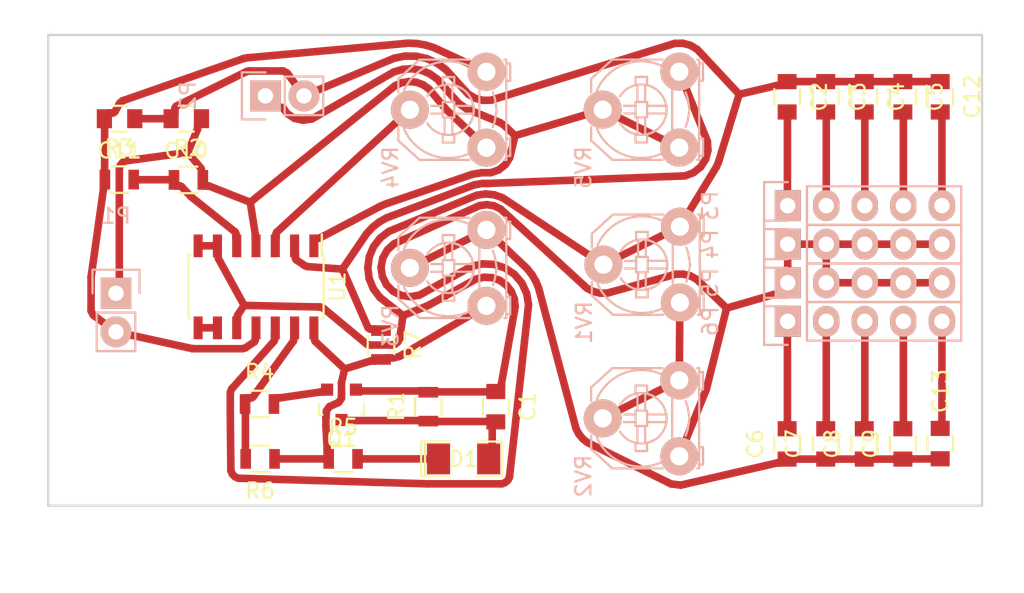
<source format=kicad_pcb>
(kicad_pcb (version 4) (host pcbnew 4.0.2+dfsg1-stable)

  (general
    (links 72)
    (no_connects 0)
    (area 128.53 14.13 195.980001 53.170001)
    (thickness 1.6)
    (drawings 4)
    (tracks 641)
    (zones 0)
    (modules 34)
    (nets 27)
  )

  (page A4 portrait)
  (layers
    (0 F.Cu signal)
    (31 B.Cu signal)
    (32 B.Adhes user)
    (33 F.Adhes user)
    (34 B.Paste user)
    (35 F.Paste user)
    (36 B.SilkS user)
    (37 F.SilkS user)
    (38 B.Mask user)
    (39 F.Mask user)
    (40 Dwgs.User user)
    (41 Cmts.User user)
    (42 Eco1.User user)
    (43 Eco2.User user)
    (44 Edge.Cuts user)
    (45 Margin user)
    (46 B.CrtYd user)
    (47 F.CrtYd user)
    (48 B.Fab user)
    (49 F.Fab user)
  )

  (setup
    (last_trace_width 0.5)
    (trace_clearance 0.25)
    (zone_clearance 0.508)
    (zone_45_only no)
    (trace_min 0.2)
    (segment_width 0.2)
    (edge_width 0.15)
    (via_size 0.6)
    (via_drill 0.4)
    (via_min_size 0.4)
    (via_min_drill 0.3)
    (uvia_size 0.3)
    (uvia_drill 0.1)
    (uvias_allowed no)
    (uvia_min_size 0.2)
    (uvia_min_drill 0.1)
    (pcb_text_width 0.3)
    (pcb_text_size 1.5 1.5)
    (mod_edge_width 0.15)
    (mod_text_size 1 1)
    (mod_text_width 0.15)
    (pad_size 1.524 1.524)
    (pad_drill 0.762)
    (pad_to_mask_clearance 0.2)
    (aux_axis_origin 51 25)
    (grid_origin 34 112)
    (visible_elements FFFFFF7F)
    (pcbplotparams
      (layerselection 0x00030_80000001)
      (usegerberextensions false)
      (excludeedgelayer true)
      (linewidth 0.100000)
      (plotframeref false)
      (viasonmask false)
      (mode 1)
      (useauxorigin false)
      (hpglpennumber 1)
      (hpglpenspeed 20)
      (hpglpendiameter 15)
      (hpglpenoverlay 2)
      (psnegative false)
      (psa4output false)
      (plotreference true)
      (plotvalue true)
      (plotinvisibletext false)
      (padsonsilk false)
      (subtractmaskfromsilk false)
      (outputformat 1)
      (mirror false)
      (drillshape 0)
      (scaleselection 1)
      (outputdirectory ""))
  )

  (net 0 "")
  (net 1 "Net-(C1-Pad2)")
  (net 2 GND)
  (net 3 "Net-(C2-Pad2)")
  (net 4 "Net-(C3-Pad2)")
  (net 5 "Net-(C4-Pad2)")
  (net 6 "Net-(C5-Pad2)")
  (net 7 "Net-(C6-Pad2)")
  (net 8 "Net-(C7-Pad2)")
  (net 9 "Net-(C8-Pad2)")
  (net 10 "Net-(C9-Pad2)")
  (net 11 VCC)
  (net 12 VEE)
  (net 13 "Net-(D1-Pad1)")
  (net 14 "Net-(R4-Pad1)")
  (net 15 "Net-(Q1-Pad2)")
  (net 16 "Net-(R5-Pad1)")
  (net 17 "Net-(R7-Pad1)")
  (net 18 signal)
  (net 19 "Net-(P4-Pad1)")
  (net 20 "Net-(RV1-Pad3)")
  (net 21 "Net-(RV4-Pad2)")
  (net 22 "Net-(U1-Pad8)")
  (net 23 "Net-(C13-Pad2)")
  (net 24 "Net-(C12-Pad2)")
  (net 25 "Net-(C13-Pad1)")
  (net 26 "Net-(R2-Pad1)")

  (net_class Default "This is the default net class."
    (clearance 0.25)
    (trace_width 0.5)
    (via_dia 0.6)
    (via_drill 0.4)
    (uvia_dia 0.3)
    (uvia_drill 0.1)
    (add_net GND)
    (add_net "Net-(C1-Pad2)")
    (add_net "Net-(C12-Pad2)")
    (add_net "Net-(C13-Pad1)")
    (add_net "Net-(C13-Pad2)")
    (add_net "Net-(C2-Pad2)")
    (add_net "Net-(C3-Pad2)")
    (add_net "Net-(C4-Pad2)")
    (add_net "Net-(C5-Pad2)")
    (add_net "Net-(C6-Pad2)")
    (add_net "Net-(C7-Pad2)")
    (add_net "Net-(C8-Pad2)")
    (add_net "Net-(C9-Pad2)")
    (add_net "Net-(D1-Pad1)")
    (add_net "Net-(P4-Pad1)")
    (add_net "Net-(Q1-Pad2)")
    (add_net "Net-(R2-Pad1)")
    (add_net "Net-(R4-Pad1)")
    (add_net "Net-(R5-Pad1)")
    (add_net "Net-(R7-Pad1)")
    (add_net "Net-(RV1-Pad3)")
    (add_net "Net-(RV4-Pad2)")
    (add_net "Net-(U1-Pad8)")
    (add_net VCC)
    (add_net VEE)
    (add_net signal)
  )

  (module Resistors_SMD:R_0805 (layer F.Cu) (tedit 5415CDEB) (tstamp 567A4AE2)
    (at 156.735 40.913 90)
    (descr "Resistor SMD 0805, reflow soldering, Vishay (see dcrcw.pdf)")
    (tags "resistor 0805")
    (path /567A33AD)
    (attr smd)
    (fp_text reference R1 (at 0 -2.1 90) (layer F.SilkS)
      (effects (font (size 1 1) (thickness 0.15)))
    )
    (fp_text value 2M (at 0 2.1 90) (layer F.Fab)
      (effects (font (size 1 1) (thickness 0.15)))
    )
    (fp_line (start -1.6 -1) (end 1.6 -1) (layer F.CrtYd) (width 0.05))
    (fp_line (start -1.6 1) (end 1.6 1) (layer F.CrtYd) (width 0.05))
    (fp_line (start -1.6 -1) (end -1.6 1) (layer F.CrtYd) (width 0.05))
    (fp_line (start 1.6 -1) (end 1.6 1) (layer F.CrtYd) (width 0.05))
    (fp_line (start 0.6 0.875) (end -0.6 0.875) (layer F.SilkS) (width 0.15))
    (fp_line (start -0.6 -0.875) (end 0.6 -0.875) (layer F.SilkS) (width 0.15))
    (pad 1 smd rect (at -0.95 0 90) (size 0.7 1.3) (layers F.Cu F.Paste F.Mask)
      (net 1 "Net-(C1-Pad2)"))
    (pad 2 smd rect (at 0.95 0 90) (size 0.7 1.3) (layers F.Cu F.Paste F.Mask)
      (net 2 GND))
    (model Resistors_SMD.3dshapes/R_0805.wrl
      (at (xyz 0 0 0))
      (scale (xyz 1 1 1))
      (rotate (xyz 0 0 0))
    )
  )

  (module Capacitors_SMD:C_0805 (layer F.Cu) (tedit 5415D6EA) (tstamp 567A4A4F)
    (at 161.18 40.913 270)
    (descr "Capacitor SMD 0805, reflow soldering, AVX (see smccp.pdf)")
    (tags "capacitor 0805")
    (path /567AAF6B)
    (attr smd)
    (fp_text reference C1 (at 0 -2.1 270) (layer F.SilkS)
      (effects (font (size 1 1) (thickness 0.15)))
    )
    (fp_text value 1uF (at 0 2.1 270) (layer F.Fab)
      (effects (font (size 1 1) (thickness 0.15)))
    )
    (fp_line (start -1.8 -1) (end 1.8 -1) (layer F.CrtYd) (width 0.05))
    (fp_line (start -1.8 1) (end 1.8 1) (layer F.CrtYd) (width 0.05))
    (fp_line (start -1.8 -1) (end -1.8 1) (layer F.CrtYd) (width 0.05))
    (fp_line (start 1.8 -1) (end 1.8 1) (layer F.CrtYd) (width 0.05))
    (fp_line (start 0.5 -0.85) (end -0.5 -0.85) (layer F.SilkS) (width 0.15))
    (fp_line (start -0.5 0.85) (end 0.5 0.85) (layer F.SilkS) (width 0.15))
    (pad 1 smd rect (at -1 0 270) (size 1 1.25) (layers F.Cu F.Paste F.Mask)
      (net 2 GND))
    (pad 2 smd rect (at 1 0 270) (size 1 1.25) (layers F.Cu F.Paste F.Mask)
      (net 1 "Net-(C1-Pad2)"))
    (model Capacitors_SMD.3dshapes/C_0805.wrl
      (at (xyz 0 0 0))
      (scale (xyz 1 1 1))
      (rotate (xyz 0 0 0))
    )
  )

  (module Potentiometers:Potentiometer_Triwood_RM-065 locked (layer B.Cu) (tedit 53FABC1B) (tstamp 567A4D72)
    (at 173.305 29.0593 270)
    (descr "Potentiometer, Trimmer, RM-065")
    (tags "Potentiometer, Trimmer, RM-065")
    (path /567A3DF0)
    (fp_text reference RV1 (at 6.30936 6.30936 270) (layer B.SilkS)
      (effects (font (size 1 1) (thickness 0.15)) (justify mirror))
    )
    (fp_text value 10k (at 2.49936 -2.58064 270) (layer B.Fab)
      (effects (font (size 1 1) (thickness 0.15)) (justify mirror))
    )
    (fp_line (start 2.24536 2.88036) (end 2.24536 3.64236) (layer B.SilkS) (width 0.15))
    (fp_line (start 2.75336 2.88036) (end 2.75336 3.64236) (layer B.SilkS) (width 0.15))
    (fp_arc (start 2.49936 2.49936) (end 4.15036 2.24536) (angle -90) (layer B.SilkS) (width 0.15))
    (fp_arc (start 2.49936 2.49936) (end 2.62636 0.84836) (angle -90) (layer B.SilkS) (width 0.15))
    (fp_arc (start 2.49936 2.49936) (end 3.38836 3.89636) (angle -90) (layer B.SilkS) (width 0.15))
    (fp_arc (start 2.49936 2.49936) (end 1.10236 1.61036) (angle -90) (layer B.SilkS) (width 0.15))
    (fp_line (start -0.80264 -1.31064) (end -0.80264 -1.18364) (layer B.SilkS) (width 0.15))
    (fp_line (start -0.80264 2.49936) (end -0.80264 1.10236) (layer B.SilkS) (width 0.15))
    (fp_line (start 5.80136 -1.31064) (end 5.80136 -1.18364) (layer B.SilkS) (width 0.15))
    (fp_line (start 5.80136 2.49936) (end 5.80136 1.10236) (layer B.SilkS) (width 0.15))
    (fp_line (start 1.35636 -0.42164) (end 1.73736 -0.54864) (layer B.SilkS) (width 0.15))
    (fp_line (start 1.73736 -0.54864) (end 2.49936 -0.67564) (layer B.SilkS) (width 0.15))
    (fp_line (start 2.49936 -0.67564) (end 3.26136 -0.54864) (layer B.SilkS) (width 0.15))
    (fp_line (start 3.26136 -0.54864) (end 3.64236 -0.42164) (layer B.SilkS) (width 0.15))
    (fp_line (start 1.22936 0.46736) (end 3.76936 0.46736) (layer B.SilkS) (width 0.15))
    (fp_arc (start 2.49936 2.49936) (end 3.76936 5.42036) (angle -90) (layer B.SilkS) (width 0.15))
    (fp_arc (start 2.49936 2.49936) (end -0.42164 1.22936) (angle -90) (layer B.SilkS) (width 0.15))
    (fp_line (start 4.53136 5.80136) (end 3.64236 5.80136) (layer B.SilkS) (width 0.15))
    (fp_line (start 1.35636 5.80136) (end 0.46736 5.80136) (layer B.SilkS) (width 0.15))
    (fp_line (start 4.15036 2.88036) (end 4.65836 2.88036) (layer B.SilkS) (width 0.15))
    (fp_line (start 4.65836 2.88036) (end 4.65836 2.11836) (layer B.SilkS) (width 0.15))
    (fp_line (start 4.65836 2.11836) (end 4.15036 2.11836) (layer B.SilkS) (width 0.15))
    (fp_line (start 0.84836 2.88036) (end 0.34036 2.88036) (layer B.SilkS) (width 0.15))
    (fp_line (start 0.34036 2.88036) (end 0.34036 2.11836) (layer B.SilkS) (width 0.15))
    (fp_line (start 0.34036 2.11836) (end 0.84836 2.11836) (layer B.SilkS) (width 0.15))
    (fp_line (start 3.00736 2.24536) (end 4.15036 2.24536) (layer B.SilkS) (width 0.15))
    (fp_line (start 3.00736 2.75336) (end 4.15036 2.75336) (layer B.SilkS) (width 0.15))
    (fp_line (start 1.99136 2.24536) (end 0.84836 2.24536) (layer B.SilkS) (width 0.15))
    (fp_line (start 1.99136 2.75336) (end 0.84836 2.75336) (layer B.SilkS) (width 0.15))
    (fp_line (start 2.75336 2.11836) (end 2.75336 0.84836) (layer B.SilkS) (width 0.15))
    (fp_line (start 2.24536 2.11836) (end 2.24536 0.84836) (layer B.SilkS) (width 0.15))
    (fp_line (start 1.99136 2.88036) (end 1.99136 2.11836) (layer B.SilkS) (width 0.15))
    (fp_line (start 1.99136 2.11836) (end 3.00736 2.11836) (layer B.SilkS) (width 0.15))
    (fp_line (start 3.00736 2.11836) (end 3.00736 2.88036) (layer B.SilkS) (width 0.15))
    (fp_line (start 3.00736 2.88036) (end 1.99136 2.88036) (layer B.SilkS) (width 0.15))
    (fp_line (start 0.46736 5.80136) (end -0.80264 4.40436) (layer B.SilkS) (width 0.15))
    (fp_line (start -0.80264 4.40436) (end -0.80264 2.49936) (layer B.SilkS) (width 0.15))
    (fp_line (start 4.53136 5.80136) (end 5.80136 4.40436) (layer B.SilkS) (width 0.15))
    (fp_line (start 5.80136 4.40436) (end 5.80136 2.49936) (layer B.SilkS) (width 0.15))
    (fp_line (start 5.54736 -1.31064) (end 5.54736 -1.56464) (layer B.SilkS) (width 0.15))
    (fp_line (start 5.54736 -1.56464) (end 4.40436 -1.56464) (layer B.SilkS) (width 0.15))
    (fp_line (start 4.40436 -1.56464) (end 4.40436 -1.31064) (layer B.SilkS) (width 0.15))
    (fp_line (start -0.54864 -1.31064) (end -0.54864 -1.56464) (layer B.SilkS) (width 0.15))
    (fp_line (start -0.54864 -1.56464) (end 0.59436 -1.56464) (layer B.SilkS) (width 0.15))
    (fp_line (start 0.59436 -1.56464) (end 0.59436 -1.31064) (layer B.SilkS) (width 0.15))
    (fp_line (start -0.80264 -1.31064) (end 5.80136 -1.31064) (layer B.SilkS) (width 0.15))
    (pad 2 thru_hole circle (at 2.49936 5.03936 270) (size 2.49936 2.49936) (drill 1.19888) (layers *.Cu *.Mask B.SilkS)
      (net 2 GND))
    (pad 3 thru_hole circle (at 4.99872 0 270) (size 2.49936 2.49936) (drill 1.19888) (layers *.Cu *.Mask B.SilkS)
      (net 20 "Net-(RV1-Pad3)"))
    (pad 1 thru_hole circle (at 0 0 270) (size 2.49936 2.49936) (drill 1.19888) (layers *.Cu *.Mask B.SilkS)
      (net 2 GND))
    (model Potentiometers.3dshapes/Potentiometer_Triwood_RM-065.wrl
      (at (xyz 0 0 0))
      (scale (xyz 4 4 4))
      (rotate (xyz 0 0 0))
    )
  )

  (module Potentiometers:Potentiometer_Triwood_RM-065 locked (layer B.Cu) (tedit 53FABC1B) (tstamp 567A4DA7)
    (at 173.264 39.1786 270)
    (descr "Potentiometer, Trimmer, RM-065")
    (tags "Potentiometer, Trimmer, RM-065")
    (path /567A3D56)
    (fp_text reference RV2 (at 6.30936 6.30936 270) (layer B.SilkS)
      (effects (font (size 1 1) (thickness 0.15)) (justify mirror))
    )
    (fp_text value 500 (at 2.49936 -2.58064 270) (layer B.Fab)
      (effects (font (size 1 1) (thickness 0.15)) (justify mirror))
    )
    (fp_line (start 2.24536 2.88036) (end 2.24536 3.64236) (layer B.SilkS) (width 0.15))
    (fp_line (start 2.75336 2.88036) (end 2.75336 3.64236) (layer B.SilkS) (width 0.15))
    (fp_arc (start 2.49936 2.49936) (end 4.15036 2.24536) (angle -90) (layer B.SilkS) (width 0.15))
    (fp_arc (start 2.49936 2.49936) (end 2.62636 0.84836) (angle -90) (layer B.SilkS) (width 0.15))
    (fp_arc (start 2.49936 2.49936) (end 3.38836 3.89636) (angle -90) (layer B.SilkS) (width 0.15))
    (fp_arc (start 2.49936 2.49936) (end 1.10236 1.61036) (angle -90) (layer B.SilkS) (width 0.15))
    (fp_line (start -0.80264 -1.31064) (end -0.80264 -1.18364) (layer B.SilkS) (width 0.15))
    (fp_line (start -0.80264 2.49936) (end -0.80264 1.10236) (layer B.SilkS) (width 0.15))
    (fp_line (start 5.80136 -1.31064) (end 5.80136 -1.18364) (layer B.SilkS) (width 0.15))
    (fp_line (start 5.80136 2.49936) (end 5.80136 1.10236) (layer B.SilkS) (width 0.15))
    (fp_line (start 1.35636 -0.42164) (end 1.73736 -0.54864) (layer B.SilkS) (width 0.15))
    (fp_line (start 1.73736 -0.54864) (end 2.49936 -0.67564) (layer B.SilkS) (width 0.15))
    (fp_line (start 2.49936 -0.67564) (end 3.26136 -0.54864) (layer B.SilkS) (width 0.15))
    (fp_line (start 3.26136 -0.54864) (end 3.64236 -0.42164) (layer B.SilkS) (width 0.15))
    (fp_line (start 1.22936 0.46736) (end 3.76936 0.46736) (layer B.SilkS) (width 0.15))
    (fp_arc (start 2.49936 2.49936) (end 3.76936 5.42036) (angle -90) (layer B.SilkS) (width 0.15))
    (fp_arc (start 2.49936 2.49936) (end -0.42164 1.22936) (angle -90) (layer B.SilkS) (width 0.15))
    (fp_line (start 4.53136 5.80136) (end 3.64236 5.80136) (layer B.SilkS) (width 0.15))
    (fp_line (start 1.35636 5.80136) (end 0.46736 5.80136) (layer B.SilkS) (width 0.15))
    (fp_line (start 4.15036 2.88036) (end 4.65836 2.88036) (layer B.SilkS) (width 0.15))
    (fp_line (start 4.65836 2.88036) (end 4.65836 2.11836) (layer B.SilkS) (width 0.15))
    (fp_line (start 4.65836 2.11836) (end 4.15036 2.11836) (layer B.SilkS) (width 0.15))
    (fp_line (start 0.84836 2.88036) (end 0.34036 2.88036) (layer B.SilkS) (width 0.15))
    (fp_line (start 0.34036 2.88036) (end 0.34036 2.11836) (layer B.SilkS) (width 0.15))
    (fp_line (start 0.34036 2.11836) (end 0.84836 2.11836) (layer B.SilkS) (width 0.15))
    (fp_line (start 3.00736 2.24536) (end 4.15036 2.24536) (layer B.SilkS) (width 0.15))
    (fp_line (start 3.00736 2.75336) (end 4.15036 2.75336) (layer B.SilkS) (width 0.15))
    (fp_line (start 1.99136 2.24536) (end 0.84836 2.24536) (layer B.SilkS) (width 0.15))
    (fp_line (start 1.99136 2.75336) (end 0.84836 2.75336) (layer B.SilkS) (width 0.15))
    (fp_line (start 2.75336 2.11836) (end 2.75336 0.84836) (layer B.SilkS) (width 0.15))
    (fp_line (start 2.24536 2.11836) (end 2.24536 0.84836) (layer B.SilkS) (width 0.15))
    (fp_line (start 1.99136 2.88036) (end 1.99136 2.11836) (layer B.SilkS) (width 0.15))
    (fp_line (start 1.99136 2.11836) (end 3.00736 2.11836) (layer B.SilkS) (width 0.15))
    (fp_line (start 3.00736 2.11836) (end 3.00736 2.88036) (layer B.SilkS) (width 0.15))
    (fp_line (start 3.00736 2.88036) (end 1.99136 2.88036) (layer B.SilkS) (width 0.15))
    (fp_line (start 0.46736 5.80136) (end -0.80264 4.40436) (layer B.SilkS) (width 0.15))
    (fp_line (start -0.80264 4.40436) (end -0.80264 2.49936) (layer B.SilkS) (width 0.15))
    (fp_line (start 4.53136 5.80136) (end 5.80136 4.40436) (layer B.SilkS) (width 0.15))
    (fp_line (start 5.80136 4.40436) (end 5.80136 2.49936) (layer B.SilkS) (width 0.15))
    (fp_line (start 5.54736 -1.31064) (end 5.54736 -1.56464) (layer B.SilkS) (width 0.15))
    (fp_line (start 5.54736 -1.56464) (end 4.40436 -1.56464) (layer B.SilkS) (width 0.15))
    (fp_line (start 4.40436 -1.56464) (end 4.40436 -1.31064) (layer B.SilkS) (width 0.15))
    (fp_line (start -0.54864 -1.31064) (end -0.54864 -1.56464) (layer B.SilkS) (width 0.15))
    (fp_line (start -0.54864 -1.56464) (end 0.59436 -1.56464) (layer B.SilkS) (width 0.15))
    (fp_line (start 0.59436 -1.56464) (end 0.59436 -1.31064) (layer B.SilkS) (width 0.15))
    (fp_line (start -0.80264 -1.31064) (end 5.80136 -1.31064) (layer B.SilkS) (width 0.15))
    (pad 2 thru_hole circle (at 2.49936 5.03936 270) (size 2.49936 2.49936) (drill 1.19888) (layers *.Cu *.Mask B.SilkS)
      (net 20 "Net-(RV1-Pad3)"))
    (pad 3 thru_hole circle (at 4.99872 0 270) (size 2.49936 2.49936) (drill 1.19888) (layers *.Cu *.Mask B.SilkS)
      (net 19 "Net-(P4-Pad1)"))
    (pad 1 thru_hole circle (at 0 0 270) (size 2.49936 2.49936) (drill 1.19888) (layers *.Cu *.Mask B.SilkS)
      (net 20 "Net-(RV1-Pad3)"))
    (model Potentiometers.3dshapes/Potentiometer_Triwood_RM-065.wrl
      (at (xyz 0 0 0))
      (scale (xyz 4 4 4))
      (rotate (xyz 0 0 0))
    )
  )

  (module Potentiometers:Potentiometer_Triwood_RM-065 locked (layer B.Cu) (tedit 53FABC1B) (tstamp 567A6423)
    (at 160.564 18.8586 270)
    (descr "Potentiometer, Trimmer, RM-065")
    (tags "Potentiometer, Trimmer, RM-065")
    (path /567A459E)
    (fp_text reference RV4 (at 6.30936 6.30936 270) (layer B.SilkS)
      (effects (font (size 1 1) (thickness 0.15)) (justify mirror))
    )
    (fp_text value 200k (at 2.49936 -2.58064 270) (layer B.Fab)
      (effects (font (size 1 1) (thickness 0.15)) (justify mirror))
    )
    (fp_line (start 2.24536 2.88036) (end 2.24536 3.64236) (layer B.SilkS) (width 0.15))
    (fp_line (start 2.75336 2.88036) (end 2.75336 3.64236) (layer B.SilkS) (width 0.15))
    (fp_arc (start 2.49936 2.49936) (end 4.15036 2.24536) (angle -90) (layer B.SilkS) (width 0.15))
    (fp_arc (start 2.49936 2.49936) (end 2.62636 0.84836) (angle -90) (layer B.SilkS) (width 0.15))
    (fp_arc (start 2.49936 2.49936) (end 3.38836 3.89636) (angle -90) (layer B.SilkS) (width 0.15))
    (fp_arc (start 2.49936 2.49936) (end 1.10236 1.61036) (angle -90) (layer B.SilkS) (width 0.15))
    (fp_line (start -0.80264 -1.31064) (end -0.80264 -1.18364) (layer B.SilkS) (width 0.15))
    (fp_line (start -0.80264 2.49936) (end -0.80264 1.10236) (layer B.SilkS) (width 0.15))
    (fp_line (start 5.80136 -1.31064) (end 5.80136 -1.18364) (layer B.SilkS) (width 0.15))
    (fp_line (start 5.80136 2.49936) (end 5.80136 1.10236) (layer B.SilkS) (width 0.15))
    (fp_line (start 1.35636 -0.42164) (end 1.73736 -0.54864) (layer B.SilkS) (width 0.15))
    (fp_line (start 1.73736 -0.54864) (end 2.49936 -0.67564) (layer B.SilkS) (width 0.15))
    (fp_line (start 2.49936 -0.67564) (end 3.26136 -0.54864) (layer B.SilkS) (width 0.15))
    (fp_line (start 3.26136 -0.54864) (end 3.64236 -0.42164) (layer B.SilkS) (width 0.15))
    (fp_line (start 1.22936 0.46736) (end 3.76936 0.46736) (layer B.SilkS) (width 0.15))
    (fp_arc (start 2.49936 2.49936) (end 3.76936 5.42036) (angle -90) (layer B.SilkS) (width 0.15))
    (fp_arc (start 2.49936 2.49936) (end -0.42164 1.22936) (angle -90) (layer B.SilkS) (width 0.15))
    (fp_line (start 4.53136 5.80136) (end 3.64236 5.80136) (layer B.SilkS) (width 0.15))
    (fp_line (start 1.35636 5.80136) (end 0.46736 5.80136) (layer B.SilkS) (width 0.15))
    (fp_line (start 4.15036 2.88036) (end 4.65836 2.88036) (layer B.SilkS) (width 0.15))
    (fp_line (start 4.65836 2.88036) (end 4.65836 2.11836) (layer B.SilkS) (width 0.15))
    (fp_line (start 4.65836 2.11836) (end 4.15036 2.11836) (layer B.SilkS) (width 0.15))
    (fp_line (start 0.84836 2.88036) (end 0.34036 2.88036) (layer B.SilkS) (width 0.15))
    (fp_line (start 0.34036 2.88036) (end 0.34036 2.11836) (layer B.SilkS) (width 0.15))
    (fp_line (start 0.34036 2.11836) (end 0.84836 2.11836) (layer B.SilkS) (width 0.15))
    (fp_line (start 3.00736 2.24536) (end 4.15036 2.24536) (layer B.SilkS) (width 0.15))
    (fp_line (start 3.00736 2.75336) (end 4.15036 2.75336) (layer B.SilkS) (width 0.15))
    (fp_line (start 1.99136 2.24536) (end 0.84836 2.24536) (layer B.SilkS) (width 0.15))
    (fp_line (start 1.99136 2.75336) (end 0.84836 2.75336) (layer B.SilkS) (width 0.15))
    (fp_line (start 2.75336 2.11836) (end 2.75336 0.84836) (layer B.SilkS) (width 0.15))
    (fp_line (start 2.24536 2.11836) (end 2.24536 0.84836) (layer B.SilkS) (width 0.15))
    (fp_line (start 1.99136 2.88036) (end 1.99136 2.11836) (layer B.SilkS) (width 0.15))
    (fp_line (start 1.99136 2.11836) (end 3.00736 2.11836) (layer B.SilkS) (width 0.15))
    (fp_line (start 3.00736 2.11836) (end 3.00736 2.88036) (layer B.SilkS) (width 0.15))
    (fp_line (start 3.00736 2.88036) (end 1.99136 2.88036) (layer B.SilkS) (width 0.15))
    (fp_line (start 0.46736 5.80136) (end -0.80264 4.40436) (layer B.SilkS) (width 0.15))
    (fp_line (start -0.80264 4.40436) (end -0.80264 2.49936) (layer B.SilkS) (width 0.15))
    (fp_line (start 4.53136 5.80136) (end 5.80136 4.40436) (layer B.SilkS) (width 0.15))
    (fp_line (start 5.80136 4.40436) (end 5.80136 2.49936) (layer B.SilkS) (width 0.15))
    (fp_line (start 5.54736 -1.31064) (end 5.54736 -1.56464) (layer B.SilkS) (width 0.15))
    (fp_line (start 5.54736 -1.56464) (end 4.40436 -1.56464) (layer B.SilkS) (width 0.15))
    (fp_line (start 4.40436 -1.56464) (end 4.40436 -1.31064) (layer B.SilkS) (width 0.15))
    (fp_line (start -0.54864 -1.31064) (end -0.54864 -1.56464) (layer B.SilkS) (width 0.15))
    (fp_line (start -0.54864 -1.56464) (end 0.59436 -1.56464) (layer B.SilkS) (width 0.15))
    (fp_line (start 0.59436 -1.56464) (end 0.59436 -1.31064) (layer B.SilkS) (width 0.15))
    (fp_line (start -0.80264 -1.31064) (end 5.80136 -1.31064) (layer B.SilkS) (width 0.15))
    (pad 2 thru_hole circle (at 2.49936 5.03936 270) (size 2.49936 2.49936) (drill 1.19888) (layers *.Cu *.Mask B.SilkS)
      (net 21 "Net-(RV4-Pad2)"))
    (pad 3 thru_hole circle (at 4.99872 0 270) (size 2.49936 2.49936) (drill 1.19888) (layers *.Cu *.Mask B.SilkS)
      (net 11 VCC))
    (pad 1 thru_hole circle (at 0 0 270) (size 2.49936 2.49936) (drill 1.19888) (layers *.Cu *.Mask B.SilkS)
      (net 12 VEE))
    (model Potentiometers.3dshapes/Potentiometer_Triwood_RM-065.wrl
      (at (xyz 0 0 0))
      (scale (xyz 4 4 4))
      (rotate (xyz 0 0 0))
    )
  )

  (module Potentiometers:Potentiometer_Triwood_RM-065 locked (layer B.Cu) (tedit 53FABC1B) (tstamp 567A4DDC)
    (at 160.564 29.2726 270)
    (descr "Potentiometer, Trimmer, RM-065")
    (tags "Potentiometer, Trimmer, RM-065")
    (path /567A3C17)
    (fp_text reference RV3 (at 6.30936 6.30936 270) (layer B.SilkS)
      (effects (font (size 1 1) (thickness 0.15)) (justify mirror))
    )
    (fp_text value 10k (at 2.49936 -2.58064 270) (layer B.Fab)
      (effects (font (size 1 1) (thickness 0.15)) (justify mirror))
    )
    (fp_line (start 2.24536 2.88036) (end 2.24536 3.64236) (layer B.SilkS) (width 0.15))
    (fp_line (start 2.75336 2.88036) (end 2.75336 3.64236) (layer B.SilkS) (width 0.15))
    (fp_arc (start 2.49936 2.49936) (end 4.15036 2.24536) (angle -90) (layer B.SilkS) (width 0.15))
    (fp_arc (start 2.49936 2.49936) (end 2.62636 0.84836) (angle -90) (layer B.SilkS) (width 0.15))
    (fp_arc (start 2.49936 2.49936) (end 3.38836 3.89636) (angle -90) (layer B.SilkS) (width 0.15))
    (fp_arc (start 2.49936 2.49936) (end 1.10236 1.61036) (angle -90) (layer B.SilkS) (width 0.15))
    (fp_line (start -0.80264 -1.31064) (end -0.80264 -1.18364) (layer B.SilkS) (width 0.15))
    (fp_line (start -0.80264 2.49936) (end -0.80264 1.10236) (layer B.SilkS) (width 0.15))
    (fp_line (start 5.80136 -1.31064) (end 5.80136 -1.18364) (layer B.SilkS) (width 0.15))
    (fp_line (start 5.80136 2.49936) (end 5.80136 1.10236) (layer B.SilkS) (width 0.15))
    (fp_line (start 1.35636 -0.42164) (end 1.73736 -0.54864) (layer B.SilkS) (width 0.15))
    (fp_line (start 1.73736 -0.54864) (end 2.49936 -0.67564) (layer B.SilkS) (width 0.15))
    (fp_line (start 2.49936 -0.67564) (end 3.26136 -0.54864) (layer B.SilkS) (width 0.15))
    (fp_line (start 3.26136 -0.54864) (end 3.64236 -0.42164) (layer B.SilkS) (width 0.15))
    (fp_line (start 1.22936 0.46736) (end 3.76936 0.46736) (layer B.SilkS) (width 0.15))
    (fp_arc (start 2.49936 2.49936) (end 3.76936 5.42036) (angle -90) (layer B.SilkS) (width 0.15))
    (fp_arc (start 2.49936 2.49936) (end -0.42164 1.22936) (angle -90) (layer B.SilkS) (width 0.15))
    (fp_line (start 4.53136 5.80136) (end 3.64236 5.80136) (layer B.SilkS) (width 0.15))
    (fp_line (start 1.35636 5.80136) (end 0.46736 5.80136) (layer B.SilkS) (width 0.15))
    (fp_line (start 4.15036 2.88036) (end 4.65836 2.88036) (layer B.SilkS) (width 0.15))
    (fp_line (start 4.65836 2.88036) (end 4.65836 2.11836) (layer B.SilkS) (width 0.15))
    (fp_line (start 4.65836 2.11836) (end 4.15036 2.11836) (layer B.SilkS) (width 0.15))
    (fp_line (start 0.84836 2.88036) (end 0.34036 2.88036) (layer B.SilkS) (width 0.15))
    (fp_line (start 0.34036 2.88036) (end 0.34036 2.11836) (layer B.SilkS) (width 0.15))
    (fp_line (start 0.34036 2.11836) (end 0.84836 2.11836) (layer B.SilkS) (width 0.15))
    (fp_line (start 3.00736 2.24536) (end 4.15036 2.24536) (layer B.SilkS) (width 0.15))
    (fp_line (start 3.00736 2.75336) (end 4.15036 2.75336) (layer B.SilkS) (width 0.15))
    (fp_line (start 1.99136 2.24536) (end 0.84836 2.24536) (layer B.SilkS) (width 0.15))
    (fp_line (start 1.99136 2.75336) (end 0.84836 2.75336) (layer B.SilkS) (width 0.15))
    (fp_line (start 2.75336 2.11836) (end 2.75336 0.84836) (layer B.SilkS) (width 0.15))
    (fp_line (start 2.24536 2.11836) (end 2.24536 0.84836) (layer B.SilkS) (width 0.15))
    (fp_line (start 1.99136 2.88036) (end 1.99136 2.11836) (layer B.SilkS) (width 0.15))
    (fp_line (start 1.99136 2.11836) (end 3.00736 2.11836) (layer B.SilkS) (width 0.15))
    (fp_line (start 3.00736 2.11836) (end 3.00736 2.88036) (layer B.SilkS) (width 0.15))
    (fp_line (start 3.00736 2.88036) (end 1.99136 2.88036) (layer B.SilkS) (width 0.15))
    (fp_line (start 0.46736 5.80136) (end -0.80264 4.40436) (layer B.SilkS) (width 0.15))
    (fp_line (start -0.80264 4.40436) (end -0.80264 2.49936) (layer B.SilkS) (width 0.15))
    (fp_line (start 4.53136 5.80136) (end 5.80136 4.40436) (layer B.SilkS) (width 0.15))
    (fp_line (start 5.80136 4.40436) (end 5.80136 2.49936) (layer B.SilkS) (width 0.15))
    (fp_line (start 5.54736 -1.31064) (end 5.54736 -1.56464) (layer B.SilkS) (width 0.15))
    (fp_line (start 5.54736 -1.56464) (end 4.40436 -1.56464) (layer B.SilkS) (width 0.15))
    (fp_line (start 4.40436 -1.56464) (end 4.40436 -1.31064) (layer B.SilkS) (width 0.15))
    (fp_line (start -0.54864 -1.31064) (end -0.54864 -1.56464) (layer B.SilkS) (width 0.15))
    (fp_line (start -0.54864 -1.56464) (end 0.59436 -1.56464) (layer B.SilkS) (width 0.15))
    (fp_line (start 0.59436 -1.56464) (end 0.59436 -1.31064) (layer B.SilkS) (width 0.15))
    (fp_line (start -0.80264 -1.31064) (end 5.80136 -1.31064) (layer B.SilkS) (width 0.15))
    (pad 2 thru_hole circle (at 2.49936 5.03936 270) (size 2.49936 2.49936) (drill 1.19888) (layers *.Cu *.Mask B.SilkS)
      (net 25 "Net-(C13-Pad1)"))
    (pad 3 thru_hole circle (at 4.99872 0 270) (size 2.49936 2.49936) (drill 1.19888) (layers *.Cu *.Mask B.SilkS)
      (net 16 "Net-(R5-Pad1)"))
    (pad 1 thru_hole circle (at 0 0 270) (size 2.49936 2.49936) (drill 1.19888) (layers *.Cu *.Mask B.SilkS)
      (net 25 "Net-(C13-Pad1)"))
    (model Potentiometers.3dshapes/Potentiometer_Triwood_RM-065.wrl
      (at (xyz 0 0 0))
      (scale (xyz 4 4 4))
      (rotate (xyz 0 0 0))
    )
  )

  (module Capacitors_SMD:C_0805 (layer F.Cu) (tedit 5415D6EA) (tstamp 567A4ABB)
    (at 140.798 21.9469 180)
    (descr "Capacitor SMD 0805, reflow soldering, AVX (see smccp.pdf)")
    (tags "capacitor 0805")
    (path /567A4369)
    (attr smd)
    (fp_text reference C10 (at 0 -2.1 180) (layer F.SilkS)
      (effects (font (size 1 1) (thickness 0.15)))
    )
    (fp_text value 2uF (at 0 2.1 180) (layer F.Fab)
      (effects (font (size 1 1) (thickness 0.15)))
    )
    (fp_line (start -1.8 -1) (end 1.8 -1) (layer F.CrtYd) (width 0.05))
    (fp_line (start -1.8 1) (end 1.8 1) (layer F.CrtYd) (width 0.05))
    (fp_line (start -1.8 -1) (end -1.8 1) (layer F.CrtYd) (width 0.05))
    (fp_line (start 1.8 -1) (end 1.8 1) (layer F.CrtYd) (width 0.05))
    (fp_line (start 0.5 -0.85) (end -0.5 -0.85) (layer F.SilkS) (width 0.15))
    (fp_line (start -0.5 0.85) (end 0.5 0.85) (layer F.SilkS) (width 0.15))
    (pad 1 smd rect (at -1 0 180) (size 1 1.25) (layers F.Cu F.Paste F.Mask)
      (net 11 VCC))
    (pad 2 smd rect (at 1 0 180) (size 1 1.25) (layers F.Cu F.Paste F.Mask)
      (net 2 GND))
    (model Capacitors_SMD.3dshapes/C_0805.wrl
      (at (xyz 0 0 0))
      (scale (xyz 1 1 1))
      (rotate (xyz 0 0 0))
    )
  )

  (module Resistors_SMD:R_0805 (layer F.Cu) (tedit 5415CDEB) (tstamp 567A4AFA)
    (at 136.387 25.957)
    (descr "Resistor SMD 0805, reflow soldering, Vishay (see dcrcw.pdf)")
    (tags "resistor 0805")
    (path /567A455F)
    (attr smd)
    (fp_text reference R3 (at 0 -2.1) (layer F.SilkS)
      (effects (font (size 1 1) (thickness 0.15)))
    )
    (fp_text value 100k (at 0 2.1) (layer F.Fab)
      (effects (font (size 1 1) (thickness 0.15)))
    )
    (fp_line (start -1.6 -1) (end 1.6 -1) (layer F.CrtYd) (width 0.05))
    (fp_line (start -1.6 1) (end 1.6 1) (layer F.CrtYd) (width 0.05))
    (fp_line (start -1.6 -1) (end -1.6 1) (layer F.CrtYd) (width 0.05))
    (fp_line (start 1.6 -1) (end 1.6 1) (layer F.CrtYd) (width 0.05))
    (fp_line (start 0.6 0.875) (end -0.6 0.875) (layer F.SilkS) (width 0.15))
    (fp_line (start -0.6 -0.875) (end 0.6 -0.875) (layer F.SilkS) (width 0.15))
    (pad 1 smd rect (at -0.95 0) (size 0.7 1.3) (layers F.Cu F.Paste F.Mask)
      (net 12 VEE))
    (pad 2 smd rect (at 0.95 0) (size 0.7 1.3) (layers F.Cu F.Paste F.Mask)
      (net 26 "Net-(R2-Pad1)"))
    (model Resistors_SMD.3dshapes/R_0805.wrl
      (at (xyz 0 0 0))
      (scale (xyz 1 1 1))
      (rotate (xyz 0 0 0))
    )
  )

  (module Resistors_SMD:R_0805 (layer F.Cu) (tedit 5415CDEB) (tstamp 567A4AEE)
    (at 140.938 25.9769)
    (descr "Resistor SMD 0805, reflow soldering, Vishay (see dcrcw.pdf)")
    (tags "resistor 0805")
    (path /567A44F8)
    (attr smd)
    (fp_text reference R2 (at 0 -2.1) (layer F.SilkS)
      (effects (font (size 1 1) (thickness 0.15)))
    )
    (fp_text value 100k (at 0 2.1) (layer F.Fab)
      (effects (font (size 1 1) (thickness 0.15)))
    )
    (fp_line (start -1.6 -1) (end 1.6 -1) (layer F.CrtYd) (width 0.05))
    (fp_line (start -1.6 1) (end 1.6 1) (layer F.CrtYd) (width 0.05))
    (fp_line (start -1.6 -1) (end -1.6 1) (layer F.CrtYd) (width 0.05))
    (fp_line (start 1.6 -1) (end 1.6 1) (layer F.CrtYd) (width 0.05))
    (fp_line (start 0.6 0.875) (end -0.6 0.875) (layer F.SilkS) (width 0.15))
    (fp_line (start -0.6 -0.875) (end 0.6 -0.875) (layer F.SilkS) (width 0.15))
    (pad 1 smd rect (at -0.95 0) (size 0.7 1.3) (layers F.Cu F.Paste F.Mask)
      (net 26 "Net-(R2-Pad1)"))
    (pad 2 smd rect (at 0.95 0) (size 0.7 1.3) (layers F.Cu F.Paste F.Mask)
      (net 11 VCC))
    (model Resistors_SMD.3dshapes/R_0805.wrl
      (at (xyz 0 0 0))
      (scale (xyz 1 1 1))
      (rotate (xyz 0 0 0))
    )
  )

  (module Housings_SOIC:SOIC-14_3.9x8.7mm_Pitch1.27mm placed (layer F.Cu) (tedit 54130A77) (tstamp 567A4E2E)
    (at 145.39 33.02 270)
    (descr "14-Lead Plastic Small Outline (SL) - Narrow, 3.90 mm Body [SOIC] (see Microchip Packaging Specification 00000049BS.pdf)")
    (tags "SOIC 1.27")
    (path /567A2CFD)
    (attr smd)
    (fp_text reference U1 (at 0 -5.375 270) (layer F.SilkS)
      (effects (font (size 1 1) (thickness 0.15)))
    )
    (fp_text value TL074 (at 0 5.375 270) (layer F.Fab)
      (effects (font (size 1 1) (thickness 0.15)))
    )
    (fp_line (start -3.7 -4.65) (end -3.7 4.65) (layer F.CrtYd) (width 0.05))
    (fp_line (start 3.7 -4.65) (end 3.7 4.65) (layer F.CrtYd) (width 0.05))
    (fp_line (start -3.7 -4.65) (end 3.7 -4.65) (layer F.CrtYd) (width 0.05))
    (fp_line (start -3.7 4.65) (end 3.7 4.65) (layer F.CrtYd) (width 0.05))
    (fp_line (start -2.075 -4.45) (end -2.075 -4.335) (layer F.SilkS) (width 0.15))
    (fp_line (start 2.075 -4.45) (end 2.075 -4.335) (layer F.SilkS) (width 0.15))
    (fp_line (start 2.075 4.45) (end 2.075 4.335) (layer F.SilkS) (width 0.15))
    (fp_line (start -2.075 4.45) (end -2.075 4.335) (layer F.SilkS) (width 0.15))
    (fp_line (start -2.075 -4.45) (end 2.075 -4.45) (layer F.SilkS) (width 0.15))
    (fp_line (start -2.075 4.45) (end 2.075 4.45) (layer F.SilkS) (width 0.15))
    (fp_line (start -2.075 -4.335) (end -3.45 -4.335) (layer F.SilkS) (width 0.15))
    (pad 1 smd rect (at -2.7 -3.81 270) (size 1.5 0.6) (layers F.Cu F.Paste F.Mask)
      (net 18 signal))
    (pad 2 smd rect (at -2.7 -2.54 270) (size 1.5 0.6) (layers F.Cu F.Paste F.Mask)
      (net 17 "Net-(R7-Pad1)"))
    (pad 3 smd rect (at -2.7 -1.27 270) (size 1.5 0.6) (layers F.Cu F.Paste F.Mask)
      (net 21 "Net-(RV4-Pad2)"))
    (pad 4 smd rect (at -2.7 0 270) (size 1.5 0.6) (layers F.Cu F.Paste F.Mask)
      (net 11 VCC))
    (pad 5 smd rect (at -2.7 1.27 270) (size 1.5 0.6) (layers F.Cu F.Paste F.Mask)
      (net 26 "Net-(R2-Pad1)"))
    (pad 6 smd rect (at -2.7 2.54 270) (size 1.5 0.6) (layers F.Cu F.Paste F.Mask)
      (net 2 GND))
    (pad 7 smd rect (at -2.7 3.81 270) (size 1.5 0.6) (layers F.Cu F.Paste F.Mask)
      (net 2 GND))
    (pad 8 smd rect (at 2.7 3.81 270) (size 1.5 0.6) (layers F.Cu F.Paste F.Mask)
      (net 22 "Net-(U1-Pad8)"))
    (pad 9 smd rect (at 2.7 2.54 270) (size 1.5 0.6) (layers F.Cu F.Paste F.Mask)
      (net 22 "Net-(U1-Pad8)"))
    (pad 10 smd rect (at 2.7 1.27 270) (size 1.5 0.6) (layers F.Cu F.Paste F.Mask)
      (net 2 GND))
    (pad 11 smd rect (at 2.7 0 270) (size 1.5 0.6) (layers F.Cu F.Paste F.Mask)
      (net 12 VEE))
    (pad 12 smd rect (at 2.7 -1.27 270) (size 1.5 0.6) (layers F.Cu F.Paste F.Mask)
      (net 19 "Net-(P4-Pad1)"))
    (pad 13 smd rect (at 2.7 -2.54 270) (size 1.5 0.6) (layers F.Cu F.Paste F.Mask)
      (net 14 "Net-(R4-Pad1)"))
    (pad 14 smd rect (at 2.7 -3.81 270) (size 1.5 0.6) (layers F.Cu F.Paste F.Mask)
      (net 16 "Net-(R5-Pad1)"))
    (model Housings_SOIC.3dshapes/SOIC-14_3.9x8.7mm_Pitch1.27mm.wrl
      (at (xyz 0 0 0))
      (scale (xyz 1 1 1))
      (rotate (xyz 0 0 0))
    )
  )

  (module Capacitors_SMD:C_0805 locked (layer F.Cu) (tedit 5415D6EA) (tstamp 567A4A5B)
    (at 180.369 20.5044 270)
    (descr "Capacitor SMD 0805, reflow soldering, AVX (see smccp.pdf)")
    (tags "capacitor 0805")
    (path /567AEB43)
    (attr smd)
    (fp_text reference C2 (at 0 -2.1 270) (layer F.SilkS)
      (effects (font (size 1 1) (thickness 0.15)))
    )
    (fp_text value 1uF (at 0 2.1 270) (layer F.Fab)
      (effects (font (size 1 1) (thickness 0.15)))
    )
    (fp_line (start -1.8 -1) (end 1.8 -1) (layer F.CrtYd) (width 0.05))
    (fp_line (start -1.8 1) (end 1.8 1) (layer F.CrtYd) (width 0.05))
    (fp_line (start -1.8 -1) (end -1.8 1) (layer F.CrtYd) (width 0.05))
    (fp_line (start 1.8 -1) (end 1.8 1) (layer F.CrtYd) (width 0.05))
    (fp_line (start 0.5 -0.85) (end -0.5 -0.85) (layer F.SilkS) (width 0.15))
    (fp_line (start -0.5 0.85) (end 0.5 0.85) (layer F.SilkS) (width 0.15))
    (pad 1 smd rect (at -1 0 270) (size 1 1.25) (layers F.Cu F.Paste F.Mask)
      (net 2 GND))
    (pad 2 smd rect (at 1 0 270) (size 1 1.25) (layers F.Cu F.Paste F.Mask)
      (net 3 "Net-(C2-Pad2)"))
    (model Capacitors_SMD.3dshapes/C_0805.wrl
      (at (xyz 0 0 0))
      (scale (xyz 1 1 1))
      (rotate (xyz 0 0 0))
    )
  )

  (module Capacitors_SMD:C_0805 locked (layer F.Cu) (tedit 5415D6EA) (tstamp 567A4A67)
    (at 182.909 20.5044 270)
    (descr "Capacitor SMD 0805, reflow soldering, AVX (see smccp.pdf)")
    (tags "capacitor 0805")
    (path /567AEB49)
    (attr smd)
    (fp_text reference C3 (at 0 -2.1 270) (layer F.SilkS)
      (effects (font (size 1 1) (thickness 0.15)))
    )
    (fp_text value 100nF (at 0 2.1 270) (layer F.Fab)
      (effects (font (size 1 1) (thickness 0.15)))
    )
    (fp_line (start -1.8 -1) (end 1.8 -1) (layer F.CrtYd) (width 0.05))
    (fp_line (start -1.8 1) (end 1.8 1) (layer F.CrtYd) (width 0.05))
    (fp_line (start -1.8 -1) (end -1.8 1) (layer F.CrtYd) (width 0.05))
    (fp_line (start 1.8 -1) (end 1.8 1) (layer F.CrtYd) (width 0.05))
    (fp_line (start 0.5 -0.85) (end -0.5 -0.85) (layer F.SilkS) (width 0.15))
    (fp_line (start -0.5 0.85) (end 0.5 0.85) (layer F.SilkS) (width 0.15))
    (pad 1 smd rect (at -1 0 270) (size 1 1.25) (layers F.Cu F.Paste F.Mask)
      (net 2 GND))
    (pad 2 smd rect (at 1 0 270) (size 1 1.25) (layers F.Cu F.Paste F.Mask)
      (net 4 "Net-(C3-Pad2)"))
    (model Capacitors_SMD.3dshapes/C_0805.wrl
      (at (xyz 0 0 0))
      (scale (xyz 1 1 1))
      (rotate (xyz 0 0 0))
    )
  )

  (module Capacitors_SMD:C_0805 locked (layer F.Cu) (tedit 5415D6EA) (tstamp 567A4A73)
    (at 185.449 20.5044 270)
    (descr "Capacitor SMD 0805, reflow soldering, AVX (see smccp.pdf)")
    (tags "capacitor 0805")
    (path /567AEB4F)
    (attr smd)
    (fp_text reference C4 (at 0 -2.1 270) (layer F.SilkS)
      (effects (font (size 1 1) (thickness 0.15)))
    )
    (fp_text value 10nF (at 0 2.1 270) (layer F.Fab)
      (effects (font (size 1 1) (thickness 0.15)))
    )
    (fp_line (start -1.8 -1) (end 1.8 -1) (layer F.CrtYd) (width 0.05))
    (fp_line (start -1.8 1) (end 1.8 1) (layer F.CrtYd) (width 0.05))
    (fp_line (start -1.8 -1) (end -1.8 1) (layer F.CrtYd) (width 0.05))
    (fp_line (start 1.8 -1) (end 1.8 1) (layer F.CrtYd) (width 0.05))
    (fp_line (start 0.5 -0.85) (end -0.5 -0.85) (layer F.SilkS) (width 0.15))
    (fp_line (start -0.5 0.85) (end 0.5 0.85) (layer F.SilkS) (width 0.15))
    (pad 1 smd rect (at -1 0 270) (size 1 1.25) (layers F.Cu F.Paste F.Mask)
      (net 2 GND))
    (pad 2 smd rect (at 1 0 270) (size 1 1.25) (layers F.Cu F.Paste F.Mask)
      (net 5 "Net-(C4-Pad2)"))
    (model Capacitors_SMD.3dshapes/C_0805.wrl
      (at (xyz 0 0 0))
      (scale (xyz 1 1 1))
      (rotate (xyz 0 0 0))
    )
  )

  (module Capacitors_SMD:C_0805 locked (layer F.Cu) (tedit 5415D6EA) (tstamp 567A4A7F)
    (at 187.989 20.5044 270)
    (descr "Capacitor SMD 0805, reflow soldering, AVX (see smccp.pdf)")
    (tags "capacitor 0805")
    (path /567AEB55)
    (attr smd)
    (fp_text reference C5 (at 0 -2.1 270) (layer F.SilkS)
      (effects (font (size 1 1) (thickness 0.15)))
    )
    (fp_text value 1nF (at 0 2.1 270) (layer F.Fab)
      (effects (font (size 1 1) (thickness 0.15)))
    )
    (fp_line (start -1.8 -1) (end 1.8 -1) (layer F.CrtYd) (width 0.05))
    (fp_line (start -1.8 1) (end 1.8 1) (layer F.CrtYd) (width 0.05))
    (fp_line (start -1.8 -1) (end -1.8 1) (layer F.CrtYd) (width 0.05))
    (fp_line (start 1.8 -1) (end 1.8 1) (layer F.CrtYd) (width 0.05))
    (fp_line (start 0.5 -0.85) (end -0.5 -0.85) (layer F.SilkS) (width 0.15))
    (fp_line (start -0.5 0.85) (end 0.5 0.85) (layer F.SilkS) (width 0.15))
    (pad 1 smd rect (at -1 0 270) (size 1 1.25) (layers F.Cu F.Paste F.Mask)
      (net 2 GND))
    (pad 2 smd rect (at 1 0 270) (size 1 1.25) (layers F.Cu F.Paste F.Mask)
      (net 6 "Net-(C5-Pad2)"))
    (model Capacitors_SMD.3dshapes/C_0805.wrl
      (at (xyz 0 0 0))
      (scale (xyz 1 1 1))
      (rotate (xyz 0 0 0))
    )
  )

  (module Capacitors_SMD:C_0805 locked (layer F.Cu) (tedit 5415D6EA) (tstamp 567A4A8B)
    (at 180.369 43.3644 90)
    (descr "Capacitor SMD 0805, reflow soldering, AVX (see smccp.pdf)")
    (tags "capacitor 0805")
    (path /567AFFDD)
    (attr smd)
    (fp_text reference C6 (at 0 -2.1 90) (layer F.SilkS)
      (effects (font (size 1 1) (thickness 0.15)))
    )
    (fp_text value 1uF (at 0 2.1 90) (layer F.Fab)
      (effects (font (size 1 1) (thickness 0.15)))
    )
    (fp_line (start -1.8 -1) (end 1.8 -1) (layer F.CrtYd) (width 0.05))
    (fp_line (start -1.8 1) (end 1.8 1) (layer F.CrtYd) (width 0.05))
    (fp_line (start -1.8 -1) (end -1.8 1) (layer F.CrtYd) (width 0.05))
    (fp_line (start 1.8 -1) (end 1.8 1) (layer F.CrtYd) (width 0.05))
    (fp_line (start 0.5 -0.85) (end -0.5 -0.85) (layer F.SilkS) (width 0.15))
    (fp_line (start -0.5 0.85) (end 0.5 0.85) (layer F.SilkS) (width 0.15))
    (pad 1 smd rect (at -1 0 90) (size 1 1.25) (layers F.Cu F.Paste F.Mask)
      (net 25 "Net-(C13-Pad1)"))
    (pad 2 smd rect (at 1 0 90) (size 1 1.25) (layers F.Cu F.Paste F.Mask)
      (net 7 "Net-(C6-Pad2)"))
    (model Capacitors_SMD.3dshapes/C_0805.wrl
      (at (xyz 0 0 0))
      (scale (xyz 1 1 1))
      (rotate (xyz 0 0 0))
    )
  )

  (module Capacitors_SMD:C_0805 locked (layer F.Cu) (tedit 5415D6EA) (tstamp 567A4A97)
    (at 182.909 43.3644 90)
    (descr "Capacitor SMD 0805, reflow soldering, AVX (see smccp.pdf)")
    (tags "capacitor 0805")
    (path /567AFFE3)
    (attr smd)
    (fp_text reference C7 (at 0 -2.1 90) (layer F.SilkS)
      (effects (font (size 1 1) (thickness 0.15)))
    )
    (fp_text value 100nF (at 0 2.1 90) (layer F.Fab)
      (effects (font (size 1 1) (thickness 0.15)))
    )
    (fp_line (start -1.8 -1) (end 1.8 -1) (layer F.CrtYd) (width 0.05))
    (fp_line (start -1.8 1) (end 1.8 1) (layer F.CrtYd) (width 0.05))
    (fp_line (start -1.8 -1) (end -1.8 1) (layer F.CrtYd) (width 0.05))
    (fp_line (start 1.8 -1) (end 1.8 1) (layer F.CrtYd) (width 0.05))
    (fp_line (start 0.5 -0.85) (end -0.5 -0.85) (layer F.SilkS) (width 0.15))
    (fp_line (start -0.5 0.85) (end 0.5 0.85) (layer F.SilkS) (width 0.15))
    (pad 1 smd rect (at -1 0 90) (size 1 1.25) (layers F.Cu F.Paste F.Mask)
      (net 25 "Net-(C13-Pad1)"))
    (pad 2 smd rect (at 1 0 90) (size 1 1.25) (layers F.Cu F.Paste F.Mask)
      (net 8 "Net-(C7-Pad2)"))
    (model Capacitors_SMD.3dshapes/C_0805.wrl
      (at (xyz 0 0 0))
      (scale (xyz 1 1 1))
      (rotate (xyz 0 0 0))
    )
  )

  (module Capacitors_SMD:C_0805 locked (layer F.Cu) (tedit 5415D6EA) (tstamp 567A4AA3)
    (at 185.449 43.3644 90)
    (descr "Capacitor SMD 0805, reflow soldering, AVX (see smccp.pdf)")
    (tags "capacitor 0805")
    (path /567AFFE9)
    (attr smd)
    (fp_text reference C8 (at 0 -2.1 90) (layer F.SilkS)
      (effects (font (size 1 1) (thickness 0.15)))
    )
    (fp_text value 10nF (at 0 2.1 90) (layer F.Fab)
      (effects (font (size 1 1) (thickness 0.15)))
    )
    (fp_line (start -1.8 -1) (end 1.8 -1) (layer F.CrtYd) (width 0.05))
    (fp_line (start -1.8 1) (end 1.8 1) (layer F.CrtYd) (width 0.05))
    (fp_line (start -1.8 -1) (end -1.8 1) (layer F.CrtYd) (width 0.05))
    (fp_line (start 1.8 -1) (end 1.8 1) (layer F.CrtYd) (width 0.05))
    (fp_line (start 0.5 -0.85) (end -0.5 -0.85) (layer F.SilkS) (width 0.15))
    (fp_line (start -0.5 0.85) (end 0.5 0.85) (layer F.SilkS) (width 0.15))
    (pad 1 smd rect (at -1 0 90) (size 1 1.25) (layers F.Cu F.Paste F.Mask)
      (net 25 "Net-(C13-Pad1)"))
    (pad 2 smd rect (at 1 0 90) (size 1 1.25) (layers F.Cu F.Paste F.Mask)
      (net 9 "Net-(C8-Pad2)"))
    (model Capacitors_SMD.3dshapes/C_0805.wrl
      (at (xyz 0 0 0))
      (scale (xyz 1 1 1))
      (rotate (xyz 0 0 0))
    )
  )

  (module Capacitors_SMD:C_0805 locked (layer F.Cu) (tedit 5415D6EA) (tstamp 567A4AAF)
    (at 187.989 43.3644 90)
    (descr "Capacitor SMD 0805, reflow soldering, AVX (see smccp.pdf)")
    (tags "capacitor 0805")
    (path /567AFFEF)
    (attr smd)
    (fp_text reference C9 (at 0 -2.1 90) (layer F.SilkS)
      (effects (font (size 1 1) (thickness 0.15)))
    )
    (fp_text value 1nF (at 0 2.1 90) (layer F.Fab)
      (effects (font (size 1 1) (thickness 0.15)))
    )
    (fp_line (start -1.8 -1) (end 1.8 -1) (layer F.CrtYd) (width 0.05))
    (fp_line (start -1.8 1) (end 1.8 1) (layer F.CrtYd) (width 0.05))
    (fp_line (start -1.8 -1) (end -1.8 1) (layer F.CrtYd) (width 0.05))
    (fp_line (start 1.8 -1) (end 1.8 1) (layer F.CrtYd) (width 0.05))
    (fp_line (start 0.5 -0.85) (end -0.5 -0.85) (layer F.SilkS) (width 0.15))
    (fp_line (start -0.5 0.85) (end 0.5 0.85) (layer F.SilkS) (width 0.15))
    (pad 1 smd rect (at -1 0 90) (size 1 1.25) (layers F.Cu F.Paste F.Mask)
      (net 25 "Net-(C13-Pad1)"))
    (pad 2 smd rect (at 1 0 90) (size 1 1.25) (layers F.Cu F.Paste F.Mask)
      (net 10 "Net-(C9-Pad2)"))
    (model Capacitors_SMD.3dshapes/C_0805.wrl
      (at (xyz 0 0 0))
      (scale (xyz 1 1 1))
      (rotate (xyz 0 0 0))
    )
  )

  (module Capacitors_SMD:C_0805 (layer F.Cu) (tedit 5415D6EA) (tstamp 567A4AC7)
    (at 136.405 21.9469 180)
    (descr "Capacitor SMD 0805, reflow soldering, AVX (see smccp.pdf)")
    (tags "capacitor 0805")
    (path /567A4421)
    (attr smd)
    (fp_text reference C11 (at 0 -2.1 180) (layer F.SilkS)
      (effects (font (size 1 1) (thickness 0.15)))
    )
    (fp_text value 2uF (at 0 2.1 180) (layer F.Fab)
      (effects (font (size 1 1) (thickness 0.15)))
    )
    (fp_line (start -1.8 -1) (end 1.8 -1) (layer F.CrtYd) (width 0.05))
    (fp_line (start -1.8 1) (end 1.8 1) (layer F.CrtYd) (width 0.05))
    (fp_line (start -1.8 -1) (end -1.8 1) (layer F.CrtYd) (width 0.05))
    (fp_line (start 1.8 -1) (end 1.8 1) (layer F.CrtYd) (width 0.05))
    (fp_line (start 0.5 -0.85) (end -0.5 -0.85) (layer F.SilkS) (width 0.15))
    (fp_line (start -0.5 0.85) (end 0.5 0.85) (layer F.SilkS) (width 0.15))
    (pad 1 smd rect (at -1 0 180) (size 1 1.25) (layers F.Cu F.Paste F.Mask)
      (net 2 GND))
    (pad 2 smd rect (at 1 0 180) (size 1 1.25) (layers F.Cu F.Paste F.Mask)
      (net 12 VEE))
    (model Capacitors_SMD.3dshapes/C_0805.wrl
      (at (xyz 0 0 0))
      (scale (xyz 1 1 1))
      (rotate (xyz 0 0 0))
    )
  )

  (module Resistors_SMD:R_0805 (layer F.Cu) (tedit 5415CDEB) (tstamp 567A4B06)
    (at 145.62 40.737)
    (descr "Resistor SMD 0805, reflow soldering, Vishay (see dcrcw.pdf)")
    (tags "resistor 0805")
    (path /567A2D9A)
    (attr smd)
    (fp_text reference R4 (at 0 -2.1) (layer F.SilkS)
      (effects (font (size 1 1) (thickness 0.15)))
    )
    (fp_text value 2.7k (at 0 2.1) (layer F.Fab)
      (effects (font (size 1 1) (thickness 0.15)))
    )
    (fp_line (start -1.6 -1) (end 1.6 -1) (layer F.CrtYd) (width 0.05))
    (fp_line (start -1.6 1) (end 1.6 1) (layer F.CrtYd) (width 0.05))
    (fp_line (start -1.6 -1) (end -1.6 1) (layer F.CrtYd) (width 0.05))
    (fp_line (start 1.6 -1) (end 1.6 1) (layer F.CrtYd) (width 0.05))
    (fp_line (start 0.6 0.875) (end -0.6 0.875) (layer F.SilkS) (width 0.15))
    (fp_line (start -0.6 -0.875) (end 0.6 -0.875) (layer F.SilkS) (width 0.15))
    (pad 1 smd rect (at -0.95 0) (size 0.7 1.3) (layers F.Cu F.Paste F.Mask)
      (net 14 "Net-(R4-Pad1)"))
    (pad 2 smd rect (at 0.95 0) (size 0.7 1.3) (layers F.Cu F.Paste F.Mask)
      (net 15 "Net-(Q1-Pad2)"))
    (model Resistors_SMD.3dshapes/R_0805.wrl
      (at (xyz 0 0 0))
      (scale (xyz 1 1 1))
      (rotate (xyz 0 0 0))
    )
  )

  (module Resistors_SMD:R_0805 (layer F.Cu) (tedit 5415CDEB) (tstamp 567A4B12)
    (at 151.126 44.352)
    (descr "Resistor SMD 0805, reflow soldering, Vishay (see dcrcw.pdf)")
    (tags "resistor 0805")
    (path /567A2DD8)
    (attr smd)
    (fp_text reference R5 (at 0 -2.1) (layer F.SilkS)
      (effects (font (size 1 1) (thickness 0.15)))
    )
    (fp_text value 200k (at 0 2.1) (layer F.Fab)
      (effects (font (size 1 1) (thickness 0.15)))
    )
    (fp_line (start -1.6 -1) (end 1.6 -1) (layer F.CrtYd) (width 0.05))
    (fp_line (start -1.6 1) (end 1.6 1) (layer F.CrtYd) (width 0.05))
    (fp_line (start -1.6 -1) (end -1.6 1) (layer F.CrtYd) (width 0.05))
    (fp_line (start 1.6 -1) (end 1.6 1) (layer F.CrtYd) (width 0.05))
    (fp_line (start 0.6 0.875) (end -0.6 0.875) (layer F.SilkS) (width 0.15))
    (fp_line (start -0.6 -0.875) (end 0.6 -0.875) (layer F.SilkS) (width 0.15))
    (pad 1 smd rect (at -0.95 0) (size 0.7 1.3) (layers F.Cu F.Paste F.Mask)
      (net 16 "Net-(R5-Pad1)"))
    (pad 2 smd rect (at 0.95 0) (size 0.7 1.3) (layers F.Cu F.Paste F.Mask)
      (net 13 "Net-(D1-Pad1)"))
    (model Resistors_SMD.3dshapes/R_0805.wrl
      (at (xyz 0 0 0))
      (scale (xyz 1 1 1))
      (rotate (xyz 0 0 0))
    )
  )

  (module Resistors_SMD:R_0805 (layer F.Cu) (tedit 5415CDEB) (tstamp 567A4B1E)
    (at 145.66 44.352 180)
    (descr "Resistor SMD 0805, reflow soldering, Vishay (see dcrcw.pdf)")
    (tags "resistor 0805")
    (path /567A2D3F)
    (attr smd)
    (fp_text reference R6 (at 0 -2.1 180) (layer F.SilkS)
      (effects (font (size 1 1) (thickness 0.15)))
    )
    (fp_text value 10k (at 0 2.1 180) (layer F.Fab)
      (effects (font (size 1 1) (thickness 0.15)))
    )
    (fp_line (start -1.6 -1) (end 1.6 -1) (layer F.CrtYd) (width 0.05))
    (fp_line (start -1.6 1) (end 1.6 1) (layer F.CrtYd) (width 0.05))
    (fp_line (start -1.6 -1) (end -1.6 1) (layer F.CrtYd) (width 0.05))
    (fp_line (start 1.6 -1) (end 1.6 1) (layer F.CrtYd) (width 0.05))
    (fp_line (start 0.6 0.875) (end -0.6 0.875) (layer F.SilkS) (width 0.15))
    (fp_line (start -0.6 -0.875) (end 0.6 -0.875) (layer F.SilkS) (width 0.15))
    (pad 1 smd rect (at -0.95 0 180) (size 0.7 1.3) (layers F.Cu F.Paste F.Mask)
      (net 16 "Net-(R5-Pad1)"))
    (pad 2 smd rect (at 0.95 0 180) (size 0.7 1.3) (layers F.Cu F.Paste F.Mask)
      (net 14 "Net-(R4-Pad1)"))
    (model Resistors_SMD.3dshapes/R_0805.wrl
      (at (xyz 0 0 0))
      (scale (xyz 1 1 1))
      (rotate (xyz 0 0 0))
    )
  )

  (module Resistors_SMD:R_0805 (layer F.Cu) (tedit 5415CDEB) (tstamp 567A4B2A)
    (at 153.62 36.852 270)
    (descr "Resistor SMD 0805, reflow soldering, Vishay (see dcrcw.pdf)")
    (tags "resistor 0805")
    (path /567A42FD)
    (attr smd)
    (fp_text reference R7 (at 0 -2.1 270) (layer F.SilkS)
      (effects (font (size 1 1) (thickness 0.15)))
    )
    (fp_text value 1.5k (at 0 2.1 270) (layer F.Fab)
      (effects (font (size 1 1) (thickness 0.15)))
    )
    (fp_line (start -1.6 -1) (end 1.6 -1) (layer F.CrtYd) (width 0.05))
    (fp_line (start -1.6 1) (end 1.6 1) (layer F.CrtYd) (width 0.05))
    (fp_line (start -1.6 -1) (end -1.6 1) (layer F.CrtYd) (width 0.05))
    (fp_line (start 1.6 -1) (end 1.6 1) (layer F.CrtYd) (width 0.05))
    (fp_line (start 0.6 0.875) (end -0.6 0.875) (layer F.SilkS) (width 0.15))
    (fp_line (start -0.6 -0.875) (end 0.6 -0.875) (layer F.SilkS) (width 0.15))
    (pad 1 smd rect (at -0.95 0 270) (size 0.7 1.3) (layers F.Cu F.Paste F.Mask)
      (net 17 "Net-(R7-Pad1)"))
    (pad 2 smd rect (at 0.95 0 270) (size 0.7 1.3) (layers F.Cu F.Paste F.Mask)
      (net 16 "Net-(R5-Pad1)"))
    (model Resistors_SMD.3dshapes/R_0805.wrl
      (at (xyz 0 0 0))
      (scale (xyz 1 1 1))
      (rotate (xyz 0 0 0))
    )
  )

  (module Housings_SOT-23_SOT-143_TSOT-6:SOT-23 (layer F.Cu) (tedit 553634F8) (tstamp 567A4D3D)
    (at 151.02 40.792 180)
    (descr "SOT-23, Standard")
    (tags SOT-23)
    (path /567A32D7)
    (attr smd)
    (fp_text reference Q1 (at 0 -2.25 180) (layer F.SilkS)
      (effects (font (size 1 1) (thickness 0.15)))
    )
    (fp_text value Q_NJFET_SDG (at 0 2.3 180) (layer F.Fab)
      (effects (font (size 1 1) (thickness 0.15)))
    )
    (fp_line (start -1.65 -1.6) (end 1.65 -1.6) (layer F.CrtYd) (width 0.05))
    (fp_line (start 1.65 -1.6) (end 1.65 1.6) (layer F.CrtYd) (width 0.05))
    (fp_line (start 1.65 1.6) (end -1.65 1.6) (layer F.CrtYd) (width 0.05))
    (fp_line (start -1.65 1.6) (end -1.65 -1.6) (layer F.CrtYd) (width 0.05))
    (fp_line (start 1.29916 -0.65024) (end 1.2509 -0.65024) (layer F.SilkS) (width 0.15))
    (fp_line (start -1.49982 0.0508) (end -1.49982 -0.65024) (layer F.SilkS) (width 0.15))
    (fp_line (start -1.49982 -0.65024) (end -1.2509 -0.65024) (layer F.SilkS) (width 0.15))
    (fp_line (start 1.29916 -0.65024) (end 1.49982 -0.65024) (layer F.SilkS) (width 0.15))
    (fp_line (start 1.49982 -0.65024) (end 1.49982 0.0508) (layer F.SilkS) (width 0.15))
    (pad 1 smd rect (at -0.95 1.00076 180) (size 0.8001 0.8001) (layers F.Cu F.Paste F.Mask)
      (net 2 GND))
    (pad 2 smd rect (at 0.95 1.00076 180) (size 0.8001 0.8001) (layers F.Cu F.Paste F.Mask)
      (net 15 "Net-(Q1-Pad2)"))
    (pad 3 smd rect (at 0 -0.99822 180) (size 0.8001 0.8001) (layers F.Cu F.Paste F.Mask)
      (net 1 "Net-(C1-Pad2)"))
    (model Housings_SOT-23_SOT-143_TSOT-6.3dshapes/SOT-23.wrl
      (at (xyz 0 0 0))
      (scale (xyz 1 1 1))
      (rotate (xyz 0 0 0))
    )
  )

  (module Capacitors_SMD:C_0805 (layer F.Cu) (tedit 5415D6EA) (tstamp 567AB961)
    (at 190.45 20.5044 270)
    (descr "Capacitor SMD 0805, reflow soldering, AVX (see smccp.pdf)")
    (tags "capacitor 0805")
    (path /567AC16D)
    (attr smd)
    (fp_text reference C12 (at 0 -2.1 270) (layer F.SilkS)
      (effects (font (size 1 1) (thickness 0.15)))
    )
    (fp_text value 100pF (at 0 2.1 270) (layer F.Fab)
      (effects (font (size 1 1) (thickness 0.15)))
    )
    (fp_line (start -1.8 -1) (end 1.8 -1) (layer F.CrtYd) (width 0.05))
    (fp_line (start -1.8 1) (end 1.8 1) (layer F.CrtYd) (width 0.05))
    (fp_line (start -1.8 -1) (end -1.8 1) (layer F.CrtYd) (width 0.05))
    (fp_line (start 1.8 -1) (end 1.8 1) (layer F.CrtYd) (width 0.05))
    (fp_line (start 0.5 -0.85) (end -0.5 -0.85) (layer F.SilkS) (width 0.15))
    (fp_line (start -0.5 0.85) (end 0.5 0.85) (layer F.SilkS) (width 0.15))
    (pad 1 smd rect (at -1 0 270) (size 1 1.25) (layers F.Cu F.Paste F.Mask)
      (net 2 GND))
    (pad 2 smd rect (at 1 0 270) (size 1 1.25) (layers F.Cu F.Paste F.Mask)
      (net 24 "Net-(C12-Pad2)"))
    (model Capacitors_SMD.3dshapes/C_0805.wrl
      (at (xyz 0 0 0))
      (scale (xyz 1 1 1))
      (rotate (xyz 0 0 0))
    )
  )

  (module Capacitors_SMD:C_0805 (layer F.Cu) (tedit 5415D6EA) (tstamp 567AB967)
    (at 190.45 43.345 90)
    (descr "Capacitor SMD 0805, reflow soldering, AVX (see smccp.pdf)")
    (tags "capacitor 0805")
    (path /567AD094)
    (attr smd)
    (fp_text reference C13 (at 3.455 0.01 90) (layer F.SilkS)
      (effects (font (size 1 1) (thickness 0.15)))
    )
    (fp_text value 100pF (at 0 2.1 90) (layer F.Fab)
      (effects (font (size 1 1) (thickness 0.15)))
    )
    (fp_line (start -1.8 -1) (end 1.8 -1) (layer F.CrtYd) (width 0.05))
    (fp_line (start -1.8 1) (end 1.8 1) (layer F.CrtYd) (width 0.05))
    (fp_line (start -1.8 -1) (end -1.8 1) (layer F.CrtYd) (width 0.05))
    (fp_line (start 1.8 -1) (end 1.8 1) (layer F.CrtYd) (width 0.05))
    (fp_line (start 0.5 -0.85) (end -0.5 -0.85) (layer F.SilkS) (width 0.15))
    (fp_line (start -0.5 0.85) (end 0.5 0.85) (layer F.SilkS) (width 0.15))
    (pad 1 smd rect (at -1 0 90) (size 1 1.25) (layers F.Cu F.Paste F.Mask)
      (net 25 "Net-(C13-Pad1)"))
    (pad 2 smd rect (at 1 0 90) (size 1 1.25) (layers F.Cu F.Paste F.Mask)
      (net 23 "Net-(C13-Pad2)"))
    (model Capacitors_SMD.3dshapes/C_0805.wrl
      (at (xyz 0 0 0))
      (scale (xyz 1 1 1))
      (rotate (xyz 0 0 0))
    )
  )

  (module Potentiometers:Potentiometer_Triwood_RM-065 (layer B.Cu) (tedit 53FABC1B) (tstamp 567B3335)
    (at 173.264 18.8526 270)
    (descr "Potentiometer, Trimmer, RM-065")
    (tags "Potentiometer, Trimmer, RM-065")
    (path /567B34BF)
    (fp_text reference RV5 (at 6.30936 6.30936 270) (layer B.SilkS)
      (effects (font (size 1 1) (thickness 0.15)) (justify mirror))
    )
    (fp_text value 5k (at 2.49936 -2.58064 270) (layer B.Fab)
      (effects (font (size 1 1) (thickness 0.15)) (justify mirror))
    )
    (fp_line (start 2.24536 2.88036) (end 2.24536 3.64236) (layer B.SilkS) (width 0.15))
    (fp_line (start 2.75336 2.88036) (end 2.75336 3.64236) (layer B.SilkS) (width 0.15))
    (fp_arc (start 2.49936 2.49936) (end 4.15036 2.24536) (angle -90) (layer B.SilkS) (width 0.15))
    (fp_arc (start 2.49936 2.49936) (end 2.62636 0.84836) (angle -90) (layer B.SilkS) (width 0.15))
    (fp_arc (start 2.49936 2.49936) (end 3.38836 3.89636) (angle -90) (layer B.SilkS) (width 0.15))
    (fp_arc (start 2.49936 2.49936) (end 1.10236 1.61036) (angle -90) (layer B.SilkS) (width 0.15))
    (fp_line (start -0.80264 -1.31064) (end -0.80264 -1.18364) (layer B.SilkS) (width 0.15))
    (fp_line (start -0.80264 2.49936) (end -0.80264 1.10236) (layer B.SilkS) (width 0.15))
    (fp_line (start 5.80136 -1.31064) (end 5.80136 -1.18364) (layer B.SilkS) (width 0.15))
    (fp_line (start 5.80136 2.49936) (end 5.80136 1.10236) (layer B.SilkS) (width 0.15))
    (fp_line (start 1.35636 -0.42164) (end 1.73736 -0.54864) (layer B.SilkS) (width 0.15))
    (fp_line (start 1.73736 -0.54864) (end 2.49936 -0.67564) (layer B.SilkS) (width 0.15))
    (fp_line (start 2.49936 -0.67564) (end 3.26136 -0.54864) (layer B.SilkS) (width 0.15))
    (fp_line (start 3.26136 -0.54864) (end 3.64236 -0.42164) (layer B.SilkS) (width 0.15))
    (fp_line (start 1.22936 0.46736) (end 3.76936 0.46736) (layer B.SilkS) (width 0.15))
    (fp_arc (start 2.49936 2.49936) (end 3.76936 5.42036) (angle -90) (layer B.SilkS) (width 0.15))
    (fp_arc (start 2.49936 2.49936) (end -0.42164 1.22936) (angle -90) (layer B.SilkS) (width 0.15))
    (fp_line (start 4.53136 5.80136) (end 3.64236 5.80136) (layer B.SilkS) (width 0.15))
    (fp_line (start 1.35636 5.80136) (end 0.46736 5.80136) (layer B.SilkS) (width 0.15))
    (fp_line (start 4.15036 2.88036) (end 4.65836 2.88036) (layer B.SilkS) (width 0.15))
    (fp_line (start 4.65836 2.88036) (end 4.65836 2.11836) (layer B.SilkS) (width 0.15))
    (fp_line (start 4.65836 2.11836) (end 4.15036 2.11836) (layer B.SilkS) (width 0.15))
    (fp_line (start 0.84836 2.88036) (end 0.34036 2.88036) (layer B.SilkS) (width 0.15))
    (fp_line (start 0.34036 2.88036) (end 0.34036 2.11836) (layer B.SilkS) (width 0.15))
    (fp_line (start 0.34036 2.11836) (end 0.84836 2.11836) (layer B.SilkS) (width 0.15))
    (fp_line (start 3.00736 2.24536) (end 4.15036 2.24536) (layer B.SilkS) (width 0.15))
    (fp_line (start 3.00736 2.75336) (end 4.15036 2.75336) (layer B.SilkS) (width 0.15))
    (fp_line (start 1.99136 2.24536) (end 0.84836 2.24536) (layer B.SilkS) (width 0.15))
    (fp_line (start 1.99136 2.75336) (end 0.84836 2.75336) (layer B.SilkS) (width 0.15))
    (fp_line (start 2.75336 2.11836) (end 2.75336 0.84836) (layer B.SilkS) (width 0.15))
    (fp_line (start 2.24536 2.11836) (end 2.24536 0.84836) (layer B.SilkS) (width 0.15))
    (fp_line (start 1.99136 2.88036) (end 1.99136 2.11836) (layer B.SilkS) (width 0.15))
    (fp_line (start 1.99136 2.11836) (end 3.00736 2.11836) (layer B.SilkS) (width 0.15))
    (fp_line (start 3.00736 2.11836) (end 3.00736 2.88036) (layer B.SilkS) (width 0.15))
    (fp_line (start 3.00736 2.88036) (end 1.99136 2.88036) (layer B.SilkS) (width 0.15))
    (fp_line (start 0.46736 5.80136) (end -0.80264 4.40436) (layer B.SilkS) (width 0.15))
    (fp_line (start -0.80264 4.40436) (end -0.80264 2.49936) (layer B.SilkS) (width 0.15))
    (fp_line (start 4.53136 5.80136) (end 5.80136 4.40436) (layer B.SilkS) (width 0.15))
    (fp_line (start 5.80136 4.40436) (end 5.80136 2.49936) (layer B.SilkS) (width 0.15))
    (fp_line (start 5.54736 -1.31064) (end 5.54736 -1.56464) (layer B.SilkS) (width 0.15))
    (fp_line (start 5.54736 -1.56464) (end 4.40436 -1.56464) (layer B.SilkS) (width 0.15))
    (fp_line (start 4.40436 -1.56464) (end 4.40436 -1.31064) (layer B.SilkS) (width 0.15))
    (fp_line (start -0.54864 -1.31064) (end -0.54864 -1.56464) (layer B.SilkS) (width 0.15))
    (fp_line (start -0.54864 -1.56464) (end 0.59436 -1.56464) (layer B.SilkS) (width 0.15))
    (fp_line (start 0.59436 -1.56464) (end 0.59436 -1.31064) (layer B.SilkS) (width 0.15))
    (fp_line (start -0.80264 -1.31064) (end 5.80136 -1.31064) (layer B.SilkS) (width 0.15))
    (pad 2 thru_hole circle (at 2.49936 5.03936 270) (size 2.49936 2.49936) (drill 1.19888) (layers *.Cu *.Mask B.SilkS)
      (net 18 signal))
    (pad 3 thru_hole circle (at 4.99872 0 270) (size 2.49936 2.49936) (drill 1.19888) (layers *.Cu *.Mask B.SilkS)
      (net 18 signal))
    (pad 1 thru_hole circle (at 0 0 270) (size 2.49936 2.49936) (drill 1.19888) (layers *.Cu *.Mask B.SilkS)
      (net 17 "Net-(R7-Pad1)"))
    (model Potentiometers.3dshapes/Potentiometer_Triwood_RM-065.wrl
      (at (xyz 0 0 0))
      (scale (xyz 4 4 4))
      (rotate (xyz 0 0 0))
    )
  )

  (module Pin_Headers:Pin_Header_Straight_1x02 (layer B.Cu) (tedit 54EA090C) (tstamp 567C98F7)
    (at 136.169 33.4429 180)
    (descr "Through hole pin header")
    (tags "pin header")
    (path /567CB25F)
    (fp_text reference P1 (at 0 5.1 180) (layer B.SilkS)
      (effects (font (size 1 1) (thickness 0.15)) (justify mirror))
    )
    (fp_text value CONN_01X02 (at 0 3.1 180) (layer B.Fab)
      (effects (font (size 1 1) (thickness 0.15)) (justify mirror))
    )
    (fp_line (start 1.27 -1.27) (end 1.27 -3.81) (layer B.SilkS) (width 0.15))
    (fp_line (start 1.55 1.55) (end 1.55 0) (layer B.SilkS) (width 0.15))
    (fp_line (start -1.75 1.75) (end -1.75 -4.3) (layer B.CrtYd) (width 0.05))
    (fp_line (start 1.75 1.75) (end 1.75 -4.3) (layer B.CrtYd) (width 0.05))
    (fp_line (start -1.75 1.75) (end 1.75 1.75) (layer B.CrtYd) (width 0.05))
    (fp_line (start -1.75 -4.3) (end 1.75 -4.3) (layer B.CrtYd) (width 0.05))
    (fp_line (start 1.27 -1.27) (end -1.27 -1.27) (layer B.SilkS) (width 0.15))
    (fp_line (start -1.55 0) (end -1.55 1.55) (layer B.SilkS) (width 0.15))
    (fp_line (start -1.55 1.55) (end 1.55 1.55) (layer B.SilkS) (width 0.15))
    (fp_line (start -1.27 -1.27) (end -1.27 -3.81) (layer B.SilkS) (width 0.15))
    (fp_line (start -1.27 -3.81) (end 1.27 -3.81) (layer B.SilkS) (width 0.15))
    (pad 1 thru_hole rect (at 0 0 180) (size 2.032 2.032) (drill 1.016) (layers *.Cu *.Mask B.SilkS)
      (net 11 VCC))
    (pad 2 thru_hole oval (at 0 -2.54 180) (size 2.032 2.032) (drill 1.016) (layers *.Cu *.Mask B.SilkS)
      (net 12 VEE))
    (model Pin_Headers.3dshapes/Pin_Header_Straight_1x02.wrl
      (at (xyz 0 -0.05 0))
      (scale (xyz 1 1 1))
      (rotate (xyz 0 0 90))
    )
  )

  (module Pin_Headers:Pin_Header_Straight_1x02 (layer B.Cu) (tedit 54EA090C) (tstamp 567C98F8)
    (at 146.009 20.4432 270)
    (descr "Through hole pin header")
    (tags "pin header")
    (path /567A4EA1)
    (fp_text reference P2 (at 0 5.1 270) (layer B.SilkS)
      (effects (font (size 1 1) (thickness 0.15)) (justify mirror))
    )
    (fp_text value CONN_01X02 (at 0 3.1 270) (layer B.Fab)
      (effects (font (size 1 1) (thickness 0.15)) (justify mirror))
    )
    (fp_line (start 1.27 -1.27) (end 1.27 -3.81) (layer B.SilkS) (width 0.15))
    (fp_line (start 1.55 1.55) (end 1.55 0) (layer B.SilkS) (width 0.15))
    (fp_line (start -1.75 1.75) (end -1.75 -4.3) (layer B.CrtYd) (width 0.05))
    (fp_line (start 1.75 1.75) (end 1.75 -4.3) (layer B.CrtYd) (width 0.05))
    (fp_line (start -1.75 1.75) (end 1.75 1.75) (layer B.CrtYd) (width 0.05))
    (fp_line (start -1.75 -4.3) (end 1.75 -4.3) (layer B.CrtYd) (width 0.05))
    (fp_line (start 1.27 -1.27) (end -1.27 -1.27) (layer B.SilkS) (width 0.15))
    (fp_line (start -1.55 0) (end -1.55 1.55) (layer B.SilkS) (width 0.15))
    (fp_line (start -1.55 1.55) (end 1.55 1.55) (layer B.SilkS) (width 0.15))
    (fp_line (start -1.27 -1.27) (end -1.27 -3.81) (layer B.SilkS) (width 0.15))
    (fp_line (start -1.27 -3.81) (end 1.27 -3.81) (layer B.SilkS) (width 0.15))
    (pad 1 thru_hole rect (at 0 0 270) (size 2.032 2.032) (drill 1.016) (layers *.Cu *.Mask B.SilkS)
      (net 18 signal))
    (pad 2 thru_hole oval (at 0 -2.54 270) (size 2.032 2.032) (drill 1.016) (layers *.Cu *.Mask B.SilkS)
      (net 2 GND))
    (model Pin_Headers.3dshapes/Pin_Header_Straight_1x02.wrl
      (at (xyz 0 -0.05 0))
      (scale (xyz 1 1 1))
      (rotate (xyz 0 0 90))
    )
  )

  (module Pin_Headers:Pin_Header_Straight_1x05 (layer B.Cu) (tedit 54EA0684) (tstamp 567C9E6A)
    (at 180.404 27.672 270)
    (descr "Through hole pin header")
    (tags "pin header")
    (path /567ABF3B)
    (fp_text reference P3 (at 0 5.1 270) (layer B.SilkS)
      (effects (font (size 1 1) (thickness 0.15)) (justify mirror))
    )
    (fp_text value CONN_01X05 (at 0 3.1 270) (layer B.Fab)
      (effects (font (size 1 1) (thickness 0.15)) (justify mirror))
    )
    (fp_line (start -1.55 0) (end -1.55 1.55) (layer B.SilkS) (width 0.15))
    (fp_line (start -1.55 1.55) (end 1.55 1.55) (layer B.SilkS) (width 0.15))
    (fp_line (start 1.55 1.55) (end 1.55 0) (layer B.SilkS) (width 0.15))
    (fp_line (start -1.75 1.75) (end -1.75 -11.95) (layer B.CrtYd) (width 0.05))
    (fp_line (start 1.75 1.75) (end 1.75 -11.95) (layer B.CrtYd) (width 0.05))
    (fp_line (start -1.75 1.75) (end 1.75 1.75) (layer B.CrtYd) (width 0.05))
    (fp_line (start -1.75 -11.95) (end 1.75 -11.95) (layer B.CrtYd) (width 0.05))
    (fp_line (start 1.27 -1.27) (end 1.27 -11.43) (layer B.SilkS) (width 0.15))
    (fp_line (start 1.27 -11.43) (end -1.27 -11.43) (layer B.SilkS) (width 0.15))
    (fp_line (start -1.27 -11.43) (end -1.27 -1.27) (layer B.SilkS) (width 0.15))
    (fp_line (start 1.27 -1.27) (end -1.27 -1.27) (layer B.SilkS) (width 0.15))
    (pad 1 thru_hole rect (at 0 0 270) (size 2.032 1.7272) (drill 1.016) (layers *.Cu *.Mask B.SilkS)
      (net 3 "Net-(C2-Pad2)"))
    (pad 2 thru_hole oval (at 0 -2.54 270) (size 2.032 1.7272) (drill 1.016) (layers *.Cu *.Mask B.SilkS)
      (net 4 "Net-(C3-Pad2)"))
    (pad 3 thru_hole oval (at 0 -5.08 270) (size 2.032 1.7272) (drill 1.016) (layers *.Cu *.Mask B.SilkS)
      (net 5 "Net-(C4-Pad2)"))
    (pad 4 thru_hole oval (at 0 -7.62 270) (size 2.032 1.7272) (drill 1.016) (layers *.Cu *.Mask B.SilkS)
      (net 6 "Net-(C5-Pad2)"))
    (pad 5 thru_hole oval (at 0 -10.16 270) (size 2.032 1.7272) (drill 1.016) (layers *.Cu *.Mask B.SilkS)
      (net 24 "Net-(C12-Pad2)"))
    (model Pin_Headers.3dshapes/Pin_Header_Straight_1x05.wrl
      (at (xyz 0 -0.2 0))
      (scale (xyz 1 1 1))
      (rotate (xyz 0 0 90))
    )
  )

  (module Pin_Headers:Pin_Header_Straight_1x05 (layer B.Cu) (tedit 54EA0684) (tstamp 567C9E72)
    (at 180.404 30.212 270)
    (descr "Through hole pin header")
    (tags "pin header")
    (path /567AC410)
    (fp_text reference P4 (at 0 5.1 270) (layer B.SilkS)
      (effects (font (size 1 1) (thickness 0.15)) (justify mirror))
    )
    (fp_text value CONN_01X05 (at 0 3.1 270) (layer B.Fab)
      (effects (font (size 1 1) (thickness 0.15)) (justify mirror))
    )
    (fp_line (start -1.55 0) (end -1.55 1.55) (layer B.SilkS) (width 0.15))
    (fp_line (start -1.55 1.55) (end 1.55 1.55) (layer B.SilkS) (width 0.15))
    (fp_line (start 1.55 1.55) (end 1.55 0) (layer B.SilkS) (width 0.15))
    (fp_line (start -1.75 1.75) (end -1.75 -11.95) (layer B.CrtYd) (width 0.05))
    (fp_line (start 1.75 1.75) (end 1.75 -11.95) (layer B.CrtYd) (width 0.05))
    (fp_line (start -1.75 1.75) (end 1.75 1.75) (layer B.CrtYd) (width 0.05))
    (fp_line (start -1.75 -11.95) (end 1.75 -11.95) (layer B.CrtYd) (width 0.05))
    (fp_line (start 1.27 -1.27) (end 1.27 -11.43) (layer B.SilkS) (width 0.15))
    (fp_line (start 1.27 -11.43) (end -1.27 -11.43) (layer B.SilkS) (width 0.15))
    (fp_line (start -1.27 -11.43) (end -1.27 -1.27) (layer B.SilkS) (width 0.15))
    (fp_line (start 1.27 -1.27) (end -1.27 -1.27) (layer B.SilkS) (width 0.15))
    (pad 1 thru_hole rect (at 0 0 270) (size 2.032 1.7272) (drill 1.016) (layers *.Cu *.Mask B.SilkS)
      (net 19 "Net-(P4-Pad1)"))
    (pad 2 thru_hole oval (at 0 -2.54 270) (size 2.032 1.7272) (drill 1.016) (layers *.Cu *.Mask B.SilkS)
      (net 19 "Net-(P4-Pad1)"))
    (pad 3 thru_hole oval (at 0 -5.08 270) (size 2.032 1.7272) (drill 1.016) (layers *.Cu *.Mask B.SilkS)
      (net 19 "Net-(P4-Pad1)"))
    (pad 4 thru_hole oval (at 0 -7.62 270) (size 2.032 1.7272) (drill 1.016) (layers *.Cu *.Mask B.SilkS)
      (net 19 "Net-(P4-Pad1)"))
    (pad 5 thru_hole oval (at 0 -10.16 270) (size 2.032 1.7272) (drill 1.016) (layers *.Cu *.Mask B.SilkS)
      (net 19 "Net-(P4-Pad1)"))
    (model Pin_Headers.3dshapes/Pin_Header_Straight_1x05.wrl
      (at (xyz 0 -0.2 0))
      (scale (xyz 1 1 1))
      (rotate (xyz 0 0 90))
    )
  )

  (module Pin_Headers:Pin_Header_Straight_1x05 (layer B.Cu) (tedit 54EA0684) (tstamp 567C9E7A)
    (at 180.404 32.752 270)
    (descr "Through hole pin header")
    (tags "pin header")
    (path /567AC5F5)
    (fp_text reference P5 (at 0 5.1 270) (layer B.SilkS)
      (effects (font (size 1 1) (thickness 0.15)) (justify mirror))
    )
    (fp_text value CONN_01X05 (at 0 3.1 270) (layer B.Fab)
      (effects (font (size 1 1) (thickness 0.15)) (justify mirror))
    )
    (fp_line (start -1.55 0) (end -1.55 1.55) (layer B.SilkS) (width 0.15))
    (fp_line (start -1.55 1.55) (end 1.55 1.55) (layer B.SilkS) (width 0.15))
    (fp_line (start 1.55 1.55) (end 1.55 0) (layer B.SilkS) (width 0.15))
    (fp_line (start -1.75 1.75) (end -1.75 -11.95) (layer B.CrtYd) (width 0.05))
    (fp_line (start 1.75 1.75) (end 1.75 -11.95) (layer B.CrtYd) (width 0.05))
    (fp_line (start -1.75 1.75) (end 1.75 1.75) (layer B.CrtYd) (width 0.05))
    (fp_line (start -1.75 -11.95) (end 1.75 -11.95) (layer B.CrtYd) (width 0.05))
    (fp_line (start 1.27 -1.27) (end 1.27 -11.43) (layer B.SilkS) (width 0.15))
    (fp_line (start 1.27 -11.43) (end -1.27 -11.43) (layer B.SilkS) (width 0.15))
    (fp_line (start -1.27 -11.43) (end -1.27 -1.27) (layer B.SilkS) (width 0.15))
    (fp_line (start 1.27 -1.27) (end -1.27 -1.27) (layer B.SilkS) (width 0.15))
    (pad 1 thru_hole rect (at 0 0 270) (size 2.032 1.7272) (drill 1.016) (layers *.Cu *.Mask B.SilkS)
      (net 19 "Net-(P4-Pad1)"))
    (pad 2 thru_hole oval (at 0 -2.54 270) (size 2.032 1.7272) (drill 1.016) (layers *.Cu *.Mask B.SilkS)
      (net 19 "Net-(P4-Pad1)"))
    (pad 3 thru_hole oval (at 0 -5.08 270) (size 2.032 1.7272) (drill 1.016) (layers *.Cu *.Mask B.SilkS)
      (net 19 "Net-(P4-Pad1)"))
    (pad 4 thru_hole oval (at 0 -7.62 270) (size 2.032 1.7272) (drill 1.016) (layers *.Cu *.Mask B.SilkS)
      (net 19 "Net-(P4-Pad1)"))
    (pad 5 thru_hole oval (at 0 -10.16 270) (size 2.032 1.7272) (drill 1.016) (layers *.Cu *.Mask B.SilkS)
      (net 19 "Net-(P4-Pad1)"))
    (model Pin_Headers.3dshapes/Pin_Header_Straight_1x05.wrl
      (at (xyz 0 -0.2 0))
      (scale (xyz 1 1 1))
      (rotate (xyz 0 0 90))
    )
  )

  (module Pin_Headers:Pin_Header_Straight_1x05 (layer B.Cu) (tedit 54EA0684) (tstamp 567C9E82)
    (at 180.404 35.292 270)
    (descr "Through hole pin header")
    (tags "pin header")
    (path /567ACDE6)
    (fp_text reference P6 (at 0 5.1 270) (layer B.SilkS)
      (effects (font (size 1 1) (thickness 0.15)) (justify mirror))
    )
    (fp_text value CONN_01X05 (at 0 3.1 270) (layer B.Fab)
      (effects (font (size 1 1) (thickness 0.15)) (justify mirror))
    )
    (fp_line (start -1.55 0) (end -1.55 1.55) (layer B.SilkS) (width 0.15))
    (fp_line (start -1.55 1.55) (end 1.55 1.55) (layer B.SilkS) (width 0.15))
    (fp_line (start 1.55 1.55) (end 1.55 0) (layer B.SilkS) (width 0.15))
    (fp_line (start -1.75 1.75) (end -1.75 -11.95) (layer B.CrtYd) (width 0.05))
    (fp_line (start 1.75 1.75) (end 1.75 -11.95) (layer B.CrtYd) (width 0.05))
    (fp_line (start -1.75 1.75) (end 1.75 1.75) (layer B.CrtYd) (width 0.05))
    (fp_line (start -1.75 -11.95) (end 1.75 -11.95) (layer B.CrtYd) (width 0.05))
    (fp_line (start 1.27 -1.27) (end 1.27 -11.43) (layer B.SilkS) (width 0.15))
    (fp_line (start 1.27 -11.43) (end -1.27 -11.43) (layer B.SilkS) (width 0.15))
    (fp_line (start -1.27 -11.43) (end -1.27 -1.27) (layer B.SilkS) (width 0.15))
    (fp_line (start 1.27 -1.27) (end -1.27 -1.27) (layer B.SilkS) (width 0.15))
    (pad 1 thru_hole rect (at 0 0 270) (size 2.032 1.7272) (drill 1.016) (layers *.Cu *.Mask B.SilkS)
      (net 7 "Net-(C6-Pad2)"))
    (pad 2 thru_hole oval (at 0 -2.54 270) (size 2.032 1.7272) (drill 1.016) (layers *.Cu *.Mask B.SilkS)
      (net 8 "Net-(C7-Pad2)"))
    (pad 3 thru_hole oval (at 0 -5.08 270) (size 2.032 1.7272) (drill 1.016) (layers *.Cu *.Mask B.SilkS)
      (net 9 "Net-(C8-Pad2)"))
    (pad 4 thru_hole oval (at 0 -7.62 270) (size 2.032 1.7272) (drill 1.016) (layers *.Cu *.Mask B.SilkS)
      (net 10 "Net-(C9-Pad2)"))
    (pad 5 thru_hole oval (at 0 -10.16 270) (size 2.032 1.7272) (drill 1.016) (layers *.Cu *.Mask B.SilkS)
      (net 23 "Net-(C13-Pad2)"))
    (model Pin_Headers.3dshapes/Pin_Header_Straight_1x05.wrl
      (at (xyz 0 -0.2 0))
      (scale (xyz 1 1 1))
      (rotate (xyz 0 0 90))
    )
  )

  (module SMD_Packages:SMD-1206_Pol (layer F.Cu) (tedit 0) (tstamp 567C9EE1)
    (at 159.061 44.352)
    (path /567A3604)
    (attr smd)
    (fp_text reference D1 (at 0 0) (layer F.SilkS)
      (effects (font (size 1 1) (thickness 0.15)))
    )
    (fp_text value 1N4148 (at 0 0) (layer F.Fab)
      (effects (font (size 1 1) (thickness 0.15)))
    )
    (fp_line (start -2.54 -1.143) (end -2.794 -1.143) (layer F.SilkS) (width 0.15))
    (fp_line (start -2.794 -1.143) (end -2.794 1.143) (layer F.SilkS) (width 0.15))
    (fp_line (start -2.794 1.143) (end -2.54 1.143) (layer F.SilkS) (width 0.15))
    (fp_line (start -2.54 -1.143) (end -2.54 1.143) (layer F.SilkS) (width 0.15))
    (fp_line (start -2.54 1.143) (end -0.889 1.143) (layer F.SilkS) (width 0.15))
    (fp_line (start 0.889 -1.143) (end 2.54 -1.143) (layer F.SilkS) (width 0.15))
    (fp_line (start 2.54 -1.143) (end 2.54 1.143) (layer F.SilkS) (width 0.15))
    (fp_line (start 2.54 1.143) (end 0.889 1.143) (layer F.SilkS) (width 0.15))
    (fp_line (start -0.889 -1.143) (end -2.54 -1.143) (layer F.SilkS) (width 0.15))
    (pad 1 smd rect (at -1.651 0) (size 1.524 2.032) (layers F.Cu F.Paste F.Mask)
      (net 13 "Net-(D1-Pad1)"))
    (pad 2 smd rect (at 1.651 0) (size 1.524 2.032) (layers F.Cu F.Paste F.Mask)
      (net 1 "Net-(C1-Pad2)"))
    (model SMD_Packages.3dshapes/SMD-1206_Pol.wrl
      (at (xyz 0 0 0))
      (scale (xyz 0.17 0.16 0.16))
      (rotate (xyz 0 0 0))
    )
  )

  (gr_line (start 131.705 16.432) (end 193.205 16.432) (layer Edge.Cuts) (width 0.15))
  (gr_line (start 131.705 47.432) (end 131.705 16.432) (layer Edge.Cuts) (width 0.15))
  (gr_line (start 193.205 47.432) (end 131.705 47.432) (layer Edge.Cuts) (width 0.15))
  (gr_line (start 193.205 16.432) (end 193.205 47.432) (layer Edge.Cuts) (width 0.15))

  (segment (start 157.135 41.888) (end 156.735 41.863) (width 0.5) (layer F.Cu) (net 1))
  (segment (start 157.385 41.888) (end 157.135 41.888) (width 0.5) (layer F.Cu) (net 1))
  (segment (start 160.555 41.888) (end 157.385 41.888) (width 0.5) (layer F.Cu) (net 1))
  (segment (start 160.805 41.888) (end 160.555 41.888) (width 0.5) (layer F.Cu) (net 1))
  (segment (start 161.18 41.913) (end 160.805 41.888) (width 0.5) (layer F.Cu) (net 1))
  (segment (start 160.946 43.586) (end 160.712 44.352) (width 0.5) (layer F.Cu) (net 1))
  (segment (start 160.946 43.336) (end 160.946 43.586) (width 0.5) (layer F.Cu) (net 1))
  (segment (start 160.946 42.413) (end 160.946 43.336) (width 0.5) (layer F.Cu) (net 1))
  (segment (start 160.946 42.163) (end 160.946 42.413) (width 0.5) (layer F.Cu) (net 1))
  (segment (start 161.18 41.913) (end 160.946 42.163) (width 0.5) (layer F.Cu) (net 1))
  (segment (start 156.335 41.8266) (end 156.735 41.863) (width 0.5) (layer F.Cu) (net 1))
  (segment (start 156.085 41.8266) (end 156.335 41.8266) (width 0.5) (layer F.Cu) (net 1))
  (segment (start 151.4201 41.8266) (end 156.085 41.8266) (width 0.5) (layer F.Cu) (net 1))
  (segment (start 151.1701 41.8266) (end 151.4201 41.8266) (width 0.5) (layer F.Cu) (net 1))
  (segment (start 151.02 41.7902) (end 151.1701 41.8266) (width 0.5) (layer F.Cu) (net 1))
  (segment (start 190.075 19.5044) (end 190.45 19.5044) (width 0.5) (layer F.Cu) (net 2))
  (segment (start 189.825 19.5044) (end 190.075 19.5044) (width 0.5) (layer F.Cu) (net 2))
  (segment (start 188.614 19.5044) (end 189.825 19.5044) (width 0.5) (layer F.Cu) (net 2))
  (segment (start 188.364 19.5044) (end 188.614 19.5044) (width 0.5) (layer F.Cu) (net 2))
  (segment (start 187.989 19.5044) (end 188.364 19.5044) (width 0.5) (layer F.Cu) (net 2))
  (segment (start 185.824 19.5044) (end 185.449 19.5044) (width 0.5) (layer F.Cu) (net 2))
  (segment (start 186.074 19.5044) (end 185.824 19.5044) (width 0.5) (layer F.Cu) (net 2))
  (segment (start 187.364 19.5044) (end 186.074 19.5044) (width 0.5) (layer F.Cu) (net 2))
  (segment (start 187.614 19.5044) (end 187.364 19.5044) (width 0.5) (layer F.Cu) (net 2))
  (segment (start 187.989 19.5044) (end 187.614 19.5044) (width 0.5) (layer F.Cu) (net 2))
  (segment (start 185.074 19.5044) (end 185.449 19.5044) (width 0.5) (layer F.Cu) (net 2))
  (segment (start 184.824 19.5044) (end 185.074 19.5044) (width 0.5) (layer F.Cu) (net 2))
  (segment (start 183.534 19.5044) (end 184.824 19.5044) (width 0.5) (layer F.Cu) (net 2))
  (segment (start 183.284 19.5044) (end 183.534 19.5044) (width 0.5) (layer F.Cu) (net 2))
  (segment (start 182.909 19.5044) (end 183.284 19.5044) (width 0.5) (layer F.Cu) (net 2))
  (segment (start 180.744 19.5044) (end 180.369 19.5044) (width 0.5) (layer F.Cu) (net 2))
  (segment (start 180.994 19.5044) (end 180.744 19.5044) (width 0.5) (layer F.Cu) (net 2))
  (segment (start 182.284 19.5044) (end 180.994 19.5044) (width 0.5) (layer F.Cu) (net 2))
  (segment (start 182.534 19.5044) (end 182.284 19.5044) (width 0.5) (layer F.Cu) (net 2))
  (segment (start 182.909 19.5044) (end 182.534 19.5044) (width 0.5) (layer F.Cu) (net 2))
  (segment (start 156.5441 34.3259) (end 155.0699 34.9144) (width 0.5) (layer F.Cu) (net 2))
  (segment (start 156.7805 34.2198) (end 156.8545 34.1789) (width 0.5) (layer F.Cu) (net 2))
  (segment (start 156.6244 34.2938) (end 156.7805 34.2198) (width 0.5) (layer F.Cu) (net 2))
  (segment (start 156.5441 34.3259) (end 156.6244 34.2938) (width 0.5) (layer F.Cu) (net 2))
  (segment (start 159.6573 32.6303) (end 156.8545 34.1789) (width 0.5) (layer F.Cu) (net 2))
  (segment (start 159.889 32.5021) (end 159.6573 32.6303) (width 0.5) (layer F.Cu) (net 2))
  (segment (start 160.4094 32.3841) (end 159.889 32.5021) (width 0.5) (layer F.Cu) (net 2))
  (segment (start 160.9388 32.4152) (end 160.4094 32.3841) (width 0.5) (layer F.Cu) (net 2))
  (segment (start 161.4388 32.5919) (end 160.9388 32.4152) (width 0.5) (layer F.Cu) (net 2))
  (segment (start 161.8702 32.9004) (end 161.4388 32.5919) (width 0.5) (layer F.Cu) (net 2))
  (segment (start 162.2008 33.3193) (end 161.8702 32.9004) (width 0.5) (layer F.Cu) (net 2))
  (segment (start 162.4007 33.8105) (end 162.2008 33.3193) (width 0.5) (layer F.Cu) (net 2))
  (segment (start 162.4564 34.3379) (end 162.4007 33.8105) (width 0.5) (layer F.Cu) (net 2))
  (segment (start 162.4097 34.6006) (end 162.4564 34.3379) (width 0.5) (layer F.Cu) (net 2))
  (segment (start 161.5589 39.3691) (end 162.4097 34.6006) (width 0.5) (layer F.Cu) (net 2))
  (segment (start 161.555 39.402) (end 161.555 39.413) (width 0.5) (layer F.Cu) (net 2))
  (segment (start 161.557 39.3798) (end 161.555 39.402) (width 0.5) (layer F.Cu) (net 2))
  (segment (start 161.5589 39.3691) (end 161.557 39.3798) (width 0.5) (layer F.Cu) (net 2))
  (segment (start 161.555 39.663) (end 161.555 39.413) (width 0.5) (layer F.Cu) (net 2))
  (segment (start 161.18 39.913) (end 161.555 39.663) (width 0.5) (layer F.Cu) (net 2))
  (segment (start 168.2656 31.5587) (end 173.305 29.0593) (width 0.5) (layer F.Cu) (net 2))
  (segment (start 153.823 33.9322) (end 155.0699 34.9144) (width 0.5) (layer F.Cu) (net 2))
  (segment (start 153.5413 33.7107) (end 153.823 33.9322) (width 0.5) (layer F.Cu) (net 2))
  (segment (start 153.1071 33.1313) (end 153.5413 33.7107) (width 0.5) (layer F.Cu) (net 2))
  (segment (start 152.8389 32.464) (end 153.1071 33.1313) (width 0.5) (layer F.Cu) (net 2))
  (segment (start 152.7512 31.7501) (end 152.8389 32.464) (width 0.5) (layer F.Cu) (net 2))
  (segment (start 152.8514 31.0331) (end 152.7512 31.7501) (width 0.5) (layer F.Cu) (net 2))
  (segment (start 153.1313 30.3705) (end 152.8514 31.0331) (width 0.5) (layer F.Cu) (net 2))
  (segment (start 153.5721 29.8023) (end 153.1313 30.3705) (width 0.5) (layer F.Cu) (net 2))
  (segment (start 154.1443 29.3665) (end 153.5721 29.8023) (width 0.5) (layer F.Cu) (net 2))
  (segment (start 154.479 29.2286) (end 154.1443 29.3665) (width 0.5) (layer F.Cu) (net 2))
  (segment (start 159.6688 27.095) (end 154.479 29.2286) (width 0.5) (layer F.Cu) (net 2))
  (segment (start 159.9371 26.9849) (end 159.6688 27.095) (width 0.5) (layer F.Cu) (net 2))
  (segment (start 160.505 26.9013) (end 159.9371 26.9849) (width 0.5) (layer F.Cu) (net 2))
  (segment (start 161.0804 26.9575) (end 160.505 26.9013) (width 0.5) (layer F.Cu) (net 2))
  (segment (start 161.6251 27.1512) (end 161.0804 26.9575) (width 0.5) (layer F.Cu) (net 2))
  (segment (start 161.866 27.311) (end 161.6251 27.1512) (width 0.5) (layer F.Cu) (net 2))
  (segment (start 168.2656 31.5587) (end 161.866 27.311) (width 0.5) (layer F.Cu) (net 2))
  (segment (start 179.687 19.761) (end 177.2108 20.3405) (width 0.5) (layer F.Cu) (net 2))
  (segment (start 179.7009 19.7577) (end 179.687 19.761) (width 0.5) (layer F.Cu) (net 2))
  (segment (start 179.7296 19.7544) (end 179.7009 19.7577) (width 0.5) (layer F.Cu) (net 2))
  (segment (start 179.744 19.7544) (end 179.7296 19.7544) (width 0.5) (layer F.Cu) (net 2))
  (segment (start 179.994 19.7544) (end 179.744 19.7544) (width 0.5) (layer F.Cu) (net 2))
  (segment (start 180.369 19.5044) (end 179.994 19.7544) (width 0.5) (layer F.Cu) (net 2))
  (segment (start 157.135 39.938) (end 156.735 39.963) (width 0.5) (layer F.Cu) (net 2))
  (segment (start 157.385 39.938) (end 157.135 39.938) (width 0.5) (layer F.Cu) (net 2))
  (segment (start 160.555 39.938) (end 157.385 39.938) (width 0.5) (layer F.Cu) (net 2))
  (segment (start 160.805 39.938) (end 160.555 39.938) (width 0.5) (layer F.Cu) (net 2))
  (segment (start 161.18 39.913) (end 160.805 39.938) (width 0.5) (layer F.Cu) (net 2))
  (segment (start 156.335 39.8771) (end 156.735 39.963) (width 0.5) (layer F.Cu) (net 2))
  (segment (start 156.085 39.8771) (end 156.335 39.8771) (width 0.5) (layer F.Cu) (net 2))
  (segment (start 152.3701 39.8771) (end 156.085 39.8771) (width 0.5) (layer F.Cu) (net 2))
  (segment (start 152.1201 39.8771) (end 152.3701 39.8771) (width 0.5) (layer F.Cu) (net 2))
  (segment (start 151.97 39.7912) (end 152.1201 39.8771) (width 0.5) (layer F.Cu) (net 2))
  (segment (start 142.9309 31.1905) (end 144.61 34.2433) (width 0.5) (layer F.Cu) (net 2))
  (segment (start 142.9157 31.1628) (end 142.9309 31.1905) (width 0.5) (layer F.Cu) (net 2))
  (segment (start 142.9 31.1016) (end 142.9157 31.1628) (width 0.5) (layer F.Cu) (net 2))
  (segment (start 142.9 31.07) (end 142.9 31.1016) (width 0.5) (layer F.Cu) (net 2))
  (segment (start 142.9 30.82) (end 142.9 31.07) (width 0.5) (layer F.Cu) (net 2))
  (segment (start 142.85 30.32) (end 142.9 30.82) (width 0.5) (layer F.Cu) (net 2))
  (segment (start 142.8 30.32) (end 142.85 30.32) (width 0.5) (layer F.Cu) (net 2))
  (segment (start 142.55 30.32) (end 142.8 30.32) (width 0.5) (layer F.Cu) (net 2))
  (segment (start 141.88 30.32) (end 142.55 30.32) (width 0.5) (layer F.Cu) (net 2))
  (segment (start 141.63 30.32) (end 141.88 30.32) (width 0.5) (layer F.Cu) (net 2))
  (segment (start 141.58 30.32) (end 141.63 30.32) (width 0.5) (layer F.Cu) (net 2))
  (segment (start 139.548 21.9469) (end 139.798 21.9469) (width 0.5) (layer F.Cu) (net 2))
  (segment (start 139.298 21.9469) (end 139.548 21.9469) (width 0.5) (layer F.Cu) (net 2))
  (segment (start 137.905 21.9469) (end 139.298 21.9469) (width 0.5) (layer F.Cu) (net 2))
  (segment (start 137.655 21.9469) (end 137.905 21.9469) (width 0.5) (layer F.Cu) (net 2))
  (segment (start 137.405 21.9469) (end 137.655 21.9469) (width 0.5) (layer F.Cu) (net 2))
  (segment (start 140.048 21.5719) (end 139.798 21.9469) (width 0.5) (layer F.Cu) (net 2))
  (segment (start 140.048 21.3219) (end 140.048 21.5719) (width 0.5) (layer F.Cu) (net 2))
  (segment (start 140.048 21.2503) (end 140.048 21.3219) (width 0.5) (layer F.Cu) (net 2))
  (segment (start 140.1236 21.129) (end 140.048 21.2503) (width 0.5) (layer F.Cu) (net 2))
  (segment (start 140.1875 21.0976) (end 140.1236 21.129) (width 0.5) (layer F.Cu) (net 2))
  (segment (start 144.7168 18.8664) (end 140.1875 21.0976) (width 0.5) (layer F.Cu) (net 2))
  (segment (start 144.7809 18.8348) (end 144.7168 18.8664) (width 0.5) (layer F.Cu) (net 2))
  (segment (start 144.9207 18.8022) (end 144.7809 18.8348) (width 0.5) (layer F.Cu) (net 2))
  (segment (start 144.993 18.8021) (end 144.9207 18.8022) (width 0.5) (layer F.Cu) (net 2))
  (segment (start 147.025 18.8021) (end 144.993 18.8021) (width 0.5) (layer F.Cu) (net 2))
  (segment (start 147.1744 18.8022) (end 147.025 18.8021) (width 0.5) (layer F.Cu) (net 2))
  (segment (start 147.4402 18.9367) (end 147.1744 18.8022) (width 0.5) (layer F.Cu) (net 2))
  (segment (start 147.5284 19.0567) (end 147.4402 18.9367) (width 0.5) (layer F.Cu) (net 2))
  (segment (start 148.549 20.4432) (end 147.5284 19.0567) (width 0.5) (layer F.Cu) (net 2))
  (segment (start 175.6107 25.2848) (end 173.305 29.0593) (width 0.5) (layer F.Cu) (net 2))
  (segment (start 175.8429 24.8216) (end 175.8941 24.6541) (width 0.5) (layer F.Cu) (net 2))
  (segment (start 175.7009 25.1372) (end 175.8429 24.8216) (width 0.5) (layer F.Cu) (net 2))
  (segment (start 175.6107 25.2848) (end 175.7009 25.1372) (width 0.5) (layer F.Cu) (net 2))
  (segment (start 177.2108 20.3405) (end 175.8941 24.6541) (width 0.5) (layer F.Cu) (net 2))
  (segment (start 154.8638 36.338) (end 155.0699 34.9144) (width 0.5) (layer F.Cu) (net 2))
  (segment (start 154.8482 36.4455) (end 154.8638 36.338) (width 0.5) (layer F.Cu) (net 2))
  (segment (start 154.7445 36.6349) (end 154.8482 36.4455) (width 0.5) (layer F.Cu) (net 2))
  (segment (start 154.5813 36.7762) (end 154.7445 36.6349) (width 0.5) (layer F.Cu) (net 2))
  (segment (start 154.378 36.852) (end 154.5813 36.7762) (width 0.5) (layer F.Cu) (net 2))
  (segment (start 154.27 36.852) (end 154.378 36.852) (width 0.5) (layer F.Cu) (net 2))
  (segment (start 152.97 36.852) (end 154.27 36.852) (width 0.5) (layer F.Cu) (net 2))
  (segment (start 152.8651 36.852) (end 152.97 36.852) (width 0.5) (layer F.Cu) (net 2))
  (segment (start 152.6681 36.781) (end 152.8651 36.852) (width 0.5) (layer F.Cu) (net 2))
  (segment (start 152.5874 36.7142) (end 152.6681 36.781) (width 0.5) (layer F.Cu) (net 2))
  (segment (start 149.8986 34.4885) (end 152.5874 36.7142) (width 0.5) (layer F.Cu) (net 2))
  (segment (start 149.619 34.3473) (end 149.513 34.345) (width 0.5) (layer F.Cu) (net 2))
  (segment (start 149.8172 34.4211) (end 149.619 34.3473) (width 0.5) (layer F.Cu) (net 2))
  (segment (start 149.8986 34.4885) (end 149.8172 34.4211) (width 0.5) (layer F.Cu) (net 2))
  (segment (start 144.61 34.2433) (end 149.513 34.345) (width 0.5) (layer F.Cu) (net 2))
  (segment (start 144.213 34.8299) (end 144.61 34.2433) (width 0.5) (layer F.Cu) (net 2))
  (segment (start 144.17 34.9327) (end 144.17 34.97) (width 0.5) (layer F.Cu) (net 2))
  (segment (start 144.192 34.8608) (end 144.17 34.9327) (width 0.5) (layer F.Cu) (net 2))
  (segment (start 144.213 34.8299) (end 144.192 34.8608) (width 0.5) (layer F.Cu) (net 2))
  (segment (start 144.17 35.22) (end 144.17 34.97) (width 0.5) (layer F.Cu) (net 2))
  (segment (start 144.12 35.72) (end 144.17 35.22) (width 0.5) (layer F.Cu) (net 2))
  (segment (start 174.6311 17.5766) (end 177.2108 20.3405) (width 0.5) (layer F.Cu) (net 2))
  (segment (start 172.9645 16.988) (end 172.7117 17.0659) (width 0.5) (layer F.Cu) (net 2))
  (segment (start 173.49 16.9776) (end 172.9645 16.988) (width 0.5) (layer F.Cu) (net 2))
  (segment (start 173.9981 17.1126) (end 173.49 16.9776) (width 0.5) (layer F.Cu) (net 2))
  (segment (start 174.4518 17.3844) (end 173.9981 17.1126) (width 0.5) (layer F.Cu) (net 2))
  (segment (start 174.6311 17.5766) (end 174.4518 17.3844) (width 0.5) (layer F.Cu) (net 2))
  (segment (start 161.1177 20.6498) (end 172.7117 17.0659) (width 0.5) (layer F.Cu) (net 2))
  (segment (start 160.8639 20.7284) (end 161.1177 20.6498) (width 0.5) (layer F.Cu) (net 2))
  (segment (start 160.3303 20.7378) (end 160.8639 20.7284) (width 0.5) (layer F.Cu) (net 2))
  (segment (start 159.8153 20.598) (end 160.3303 20.7378) (width 0.5) (layer F.Cu) (net 2))
  (segment (start 159.3598 20.3201) (end 159.8153 20.598) (width 0.5) (layer F.Cu) (net 2))
  (segment (start 159.1798 20.1231) (end 159.3598 20.3201) (width 0.5) (layer F.Cu) (net 2))
  (segment (start 158.132 18.9761) (end 159.1798 20.1231) (width 0.5) (layer F.Cu) (net 2))
  (segment (start 154.4978 17.9597) (end 154.164 18.099) (width 0.5) (layer F.Cu) (net 2))
  (segment (start 155.2083 17.822) (end 154.4978 17.9597) (width 0.5) (layer F.Cu) (net 2))
  (segment (start 155.9319 17.8314) (end 155.2083 17.822) (width 0.5) (layer F.Cu) (net 2))
  (segment (start 156.6386 17.9872) (end 155.9319 17.8314) (width 0.5) (layer F.Cu) (net 2))
  (segment (start 157.299 18.2832) (end 156.6386 17.9872) (width 0.5) (layer F.Cu) (net 2))
  (segment (start 157.8857 18.7069) (end 157.299 18.2832) (width 0.5) (layer F.Cu) (net 2))
  (segment (start 158.132 18.9761) (end 157.8857 18.7069) (width 0.5) (layer F.Cu) (net 2))
  (segment (start 148.549 20.4432) (end 154.164 18.099) (width 0.5) (layer F.Cu) (net 2))
  (segment (start 180.3865 26.906) (end 180.404 27.672) (width 0.5) (layer F.Cu) (net 3))
  (segment (start 180.3865 26.656) (end 180.3865 26.906) (width 0.5) (layer F.Cu) (net 3))
  (segment (start 180.3865 22.0044) (end 180.3865 26.656) (width 0.5) (layer F.Cu) (net 3))
  (segment (start 180.3865 21.7544) (end 180.3865 22.0044) (width 0.5) (layer F.Cu) (net 3))
  (segment (start 180.369 21.5044) (end 180.3865 21.7544) (width 0.5) (layer F.Cu) (net 3))
  (segment (start 182.944 27.5196) (end 182.944 27.672) (width 0.5) (layer F.Cu) (net 4))
  (segment (start 182.944 22.0044) (end 182.944 27.5196) (width 0.5) (layer F.Cu) (net 4))
  (segment (start 182.944 21.7544) (end 182.944 22.0044) (width 0.5) (layer F.Cu) (net 4))
  (segment (start 182.909 21.5044) (end 182.944 21.7544) (width 0.5) (layer F.Cu) (net 4))
  (segment (start 185.484 27.5196) (end 185.484 27.672) (width 0.5) (layer F.Cu) (net 5))
  (segment (start 185.484 22.0044) (end 185.484 27.5196) (width 0.5) (layer F.Cu) (net 5))
  (segment (start 185.484 21.7544) (end 185.484 22.0044) (width 0.5) (layer F.Cu) (net 5))
  (segment (start 185.449 21.5044) (end 185.484 21.7544) (width 0.5) (layer F.Cu) (net 5))
  (segment (start 188.024 27.5196) (end 188.024 27.672) (width 0.5) (layer F.Cu) (net 6))
  (segment (start 188.024 22.0044) (end 188.024 27.5196) (width 0.5) (layer F.Cu) (net 6))
  (segment (start 188.024 21.7544) (end 188.024 22.0044) (width 0.5) (layer F.Cu) (net 6))
  (segment (start 187.989 21.5044) (end 188.024 21.7544) (width 0.5) (layer F.Cu) (net 6))
  (segment (start 180.3865 36.058) (end 180.404 35.292) (width 0.5) (layer F.Cu) (net 7))
  (segment (start 180.3865 36.308) (end 180.3865 36.058) (width 0.5) (layer F.Cu) (net 7))
  (segment (start 180.3865 41.8644) (end 180.3865 36.308) (width 0.5) (layer F.Cu) (net 7))
  (segment (start 180.3865 42.1144) (end 180.3865 41.8644) (width 0.5) (layer F.Cu) (net 7))
  (segment (start 180.369 42.3644) (end 180.3865 42.1144) (width 0.5) (layer F.Cu) (net 7))
  (segment (start 182.944 35.4444) (end 182.944 35.292) (width 0.5) (layer F.Cu) (net 8))
  (segment (start 182.944 41.8644) (end 182.944 35.4444) (width 0.5) (layer F.Cu) (net 8))
  (segment (start 182.944 42.1144) (end 182.944 41.8644) (width 0.5) (layer F.Cu) (net 8))
  (segment (start 182.909 42.3644) (end 182.944 42.1144) (width 0.5) (layer F.Cu) (net 8))
  (segment (start 185.484 35.4444) (end 185.484 35.292) (width 0.5) (layer F.Cu) (net 9))
  (segment (start 185.484 41.8644) (end 185.484 35.4444) (width 0.5) (layer F.Cu) (net 9))
  (segment (start 185.484 42.1144) (end 185.484 41.8644) (width 0.5) (layer F.Cu) (net 9))
  (segment (start 185.449 42.3644) (end 185.484 42.1144) (width 0.5) (layer F.Cu) (net 9))
  (segment (start 188.024 35.4444) (end 188.024 35.292) (width 0.5) (layer F.Cu) (net 10))
  (segment (start 188.024 41.8644) (end 188.024 35.4444) (width 0.5) (layer F.Cu) (net 10))
  (segment (start 188.024 42.1144) (end 188.024 41.8644) (width 0.5) (layer F.Cu) (net 10))
  (segment (start 187.989 42.3644) (end 188.024 42.1144) (width 0.5) (layer F.Cu) (net 10))
  (segment (start 141.5283 22.6693) (end 140.8933 24.1709) (width 0.5) (layer F.Cu) (net 11))
  (segment (start 141.5481 22.597) (end 141.548 22.5719) (width 0.5) (layer F.Cu) (net 11))
  (segment (start 141.538 22.6463) (end 141.5481 22.597) (width 0.5) (layer F.Cu) (net 11))
  (segment (start 141.5283 22.6693) (end 141.538 22.6463) (width 0.5) (layer F.Cu) (net 11))
  (segment (start 141.548 22.3219) (end 141.548 22.5719) (width 0.5) (layer F.Cu) (net 11))
  (segment (start 141.798 21.9469) (end 141.548 22.3219) (width 0.5) (layer F.Cu) (net 11))
  (segment (start 145.337 29.5313) (end 145.0111 27.4513) (width 0.5) (layer F.Cu) (net 11))
  (segment (start 145.3385 29.5408) (end 145.337 29.5313) (width 0.5) (layer F.Cu) (net 11))
  (segment (start 145.34 29.5604) (end 145.3385 29.5408) (width 0.5) (layer F.Cu) (net 11))
  (segment (start 145.34 29.57) (end 145.34 29.5604) (width 0.5) (layer F.Cu) (net 11))
  (segment (start 145.34 29.82) (end 145.34 29.57) (width 0.5) (layer F.Cu) (net 11))
  (segment (start 145.39 30.32) (end 145.34 29.82) (width 0.5) (layer F.Cu) (net 11))
  (segment (start 141.788 25.5769) (end 141.888 25.9769) (width 0.5) (layer F.Cu) (net 11))
  (segment (start 141.788 25.3269) (end 141.788 25.5769) (width 0.5) (layer F.Cu) (net 11))
  (segment (start 141.7579 25.2) (end 141.7294 25.1661) (width 0.5) (layer F.Cu) (net 11))
  (segment (start 141.788 25.2828) (end 141.7579 25.2) (width 0.5) (layer F.Cu) (net 11))
  (segment (start 141.788 25.3269) (end 141.788 25.2828) (width 0.5) (layer F.Cu) (net 11))
  (segment (start 140.8933 24.1709) (end 141.7294 25.1661) (width 0.5) (layer F.Cu) (net 11))
  (segment (start 141.988 26.3769) (end 141.888 25.9769) (width 0.5) (layer F.Cu) (net 11))
  (segment (start 142.238 26.3769) (end 141.988 26.3769) (width 0.5) (layer F.Cu) (net 11))
  (segment (start 142.2617 26.3769) (end 142.238 26.3769) (width 0.5) (layer F.Cu) (net 11))
  (segment (start 142.3077 26.3856) (end 142.2617 26.3769) (width 0.5) (layer F.Cu) (net 11))
  (segment (start 142.3297 26.3943) (end 142.3077 26.3856) (width 0.5) (layer F.Cu) (net 11))
  (segment (start 145.0111 27.4513) (end 142.3297 26.3943) (width 0.5) (layer F.Cu) (net 11))
  (segment (start 154.3688 19.9216) (end 145.0111 27.4513) (width 0.5) (layer F.Cu) (net 11))
  (segment (start 154.5552 19.7715) (end 154.3688 19.9216) (width 0.5) (layer F.Cu) (net 11))
  (segment (start 154.9926 19.5765) (end 154.5552 19.7715) (width 0.5) (layer F.Cu) (net 11))
  (segment (start 155.4654 19.4997) (end 154.9926 19.5765) (width 0.5) (layer F.Cu) (net 11))
  (segment (start 155.9452 19.547) (end 155.4654 19.4997) (width 0.5) (layer F.Cu) (net 11))
  (segment (start 156.3938 19.7145) (end 155.9452 19.547) (width 0.5) (layer F.Cu) (net 11))
  (segment (start 156.7848 19.991) (end 156.3938 19.7145) (width 0.5) (layer F.Cu) (net 11))
  (segment (start 156.9385 20.1747) (end 156.7848 19.991) (width 0.5) (layer F.Cu) (net 11))
  (segment (start 157.7841 21.1851) (end 156.9385 20.1747) (width 0.5) (layer F.Cu) (net 11))
  (segment (start 157.9919 21.4151) (end 158.068 21.4874) (width 0.5) (layer F.Cu) (net 11))
  (segment (start 157.849 21.2628) (end 157.9919 21.4151) (width 0.5) (layer F.Cu) (net 11))
  (segment (start 157.7841 21.1851) (end 157.849 21.2628) (width 0.5) (layer F.Cu) (net 11))
  (segment (start 160.564 23.8573) (end 158.068 21.4874) (width 0.5) (layer F.Cu) (net 11))
  (segment (start 136.9062 24.7125) (end 140.8933 24.1709) (width 0.5) (layer F.Cu) (net 11))
  (segment (start 136.387 25.1984) (end 136.387 25.307) (width 0.5) (layer F.Cu) (net 11))
  (segment (start 136.4636 24.9942) (end 136.387 25.1984) (width 0.5) (layer F.Cu) (net 11))
  (segment (start 136.6071 24.8301) (end 136.4636 24.9942) (width 0.5) (layer F.Cu) (net 11))
  (segment (start 136.7982 24.7272) (end 136.6071 24.8301) (width 0.5) (layer F.Cu) (net 11))
  (segment (start 136.9062 24.7125) (end 136.7982 24.7272) (width 0.5) (layer F.Cu) (net 11))
  (segment (start 136.387 32.4269) (end 136.387 25.307) (width 0.5) (layer F.Cu) (net 11))
  (segment (start 136.387 32.6769) (end 136.387 32.4269) (width 0.5) (layer F.Cu) (net 11))
  (segment (start 136.169 33.4429) (end 136.387 32.6769) (width 0.5) (layer F.Cu) (net 11))
  (segment (start 135.421 25.557) (end 135.437 25.957) (width 0.5) (layer F.Cu) (net 12))
  (segment (start 135.421 25.307) (end 135.421 25.557) (width 0.5) (layer F.Cu) (net 12))
  (segment (start 135.421 22.5719) (end 135.421 25.307) (width 0.5) (layer F.Cu) (net 12))
  (segment (start 135.421 22.3219) (end 135.421 22.5719) (width 0.5) (layer F.Cu) (net 12))
  (segment (start 135.405 21.9469) (end 135.421 22.3219) (width 0.5) (layer F.Cu) (net 12))
  (segment (start 135.337 26.357) (end 135.437 25.957) (width 0.5) (layer F.Cu) (net 12))
  (segment (start 135.337 26.607) (end 135.337 26.357) (width 0.5) (layer F.Cu) (net 12))
  (segment (start 135.337 26.6157) (end 135.337 26.607) (width 0.5) (layer F.Cu) (net 12))
  (segment (start 135.3358 26.6332) (end 135.337 26.6157) (width 0.5) (layer F.Cu) (net 12))
  (segment (start 135.3346 26.6418) (end 135.3358 26.6332) (width 0.5) (layer F.Cu) (net 12))
  (segment (start 134.534 32.3399) (end 135.3346 26.6418) (width 0.5) (layer F.Cu) (net 12))
  (segment (start 134.5279 32.4051) (end 134.5279 32.4269) (width 0.5) (layer F.Cu) (net 12))
  (segment (start 134.531 32.3615) (end 134.5279 32.4051) (width 0.5) (layer F.Cu) (net 12))
  (segment (start 134.534 32.3399) (end 134.531 32.3615) (width 0.5) (layer F.Cu) (net 12))
  (segment (start 134.5279 34.4589) (end 134.5279 32.4269) (width 0.5) (layer F.Cu) (net 12))
  (segment (start 134.6622 34.8737) (end 134.7825 34.9623) (width 0.5) (layer F.Cu) (net 12))
  (segment (start 134.5279 34.6078) (end 134.6622 34.8737) (width 0.5) (layer F.Cu) (net 12))
  (segment (start 134.5279 34.4589) (end 134.5279 34.6078) (width 0.5) (layer F.Cu) (net 12))
  (segment (start 136.169 35.9829) (end 134.7825 34.9623) (width 0.5) (layer F.Cu) (net 12))
  (segment (start 141.1454 37.0804) (end 136.169 35.9829) (width 0.5) (layer F.Cu) (net 12))
  (segment (start 141.2458 37.095) (end 141.28 37.0951) (width 0.5) (layer F.Cu) (net 12))
  (segment (start 141.1785 37.0877) (end 141.2458 37.095) (width 0.5) (layer F.Cu) (net 12))
  (segment (start 141.1454 37.0804) (end 141.1785 37.0877) (width 0.5) (layer F.Cu) (net 12))
  (segment (start 144.42 37.0951) (end 141.28 37.0951) (width 0.5) (layer F.Cu) (net 12))
  (segment (start 144.6921 37.0405) (end 144.77 36.988) (width 0.5) (layer F.Cu) (net 12))
  (segment (start 144.5134 37.0951) (end 144.6921 37.0405) (width 0.5) (layer F.Cu) (net 12))
  (segment (start 144.42 37.0951) (end 144.5134 37.0951) (width 0.5) (layer F.Cu) (net 12))
  (segment (start 145.23 36.6771) (end 144.77 36.988) (width 0.5) (layer F.Cu) (net 12))
  (segment (start 145.34 36.5321) (end 145.34 36.47) (width 0.5) (layer F.Cu) (net 12))
  (segment (start 145.2816 36.6422) (end 145.34 36.5321) (width 0.5) (layer F.Cu) (net 12))
  (segment (start 145.23 36.6771) (end 145.2816 36.6422) (width 0.5) (layer F.Cu) (net 12))
  (segment (start 145.34 36.22) (end 145.34 36.47) (width 0.5) (layer F.Cu) (net 12))
  (segment (start 145.39 35.72) (end 145.34 36.22) (width 0.5) (layer F.Cu) (net 12))
  (segment (start 135.655 21.5719) (end 135.405 21.9469) (width 0.5) (layer F.Cu) (net 12))
  (segment (start 135.905 21.5719) (end 135.655 21.5719) (width 0.5) (layer F.Cu) (net 12))
  (segment (start 136.0908 21.5026) (end 136.1238 21.4429) (width 0.5) (layer F.Cu) (net 12))
  (segment (start 135.9734 21.5719) (end 136.0908 21.5026) (width 0.5) (layer F.Cu) (net 12))
  (segment (start 135.905 21.5719) (end 135.9734 21.5719) (width 0.5) (layer F.Cu) (net 12))
  (segment (start 136.358 21.0194) (end 136.1238 21.4429) (width 0.5) (layer F.Cu) (net 12))
  (segment (start 136.4136 20.9187) (end 136.358 21.0194) (width 0.5) (layer F.Cu) (net 12))
  (segment (start 136.5898 20.7699) (end 136.4136 20.9187) (width 0.5) (layer F.Cu) (net 12))
  (segment (start 136.6991 20.7317) (end 136.5898 20.7699) (width 0.5) (layer F.Cu) (net 12))
  (segment (start 144.4989 18.0107) (end 136.6991 20.7317) (width 0.5) (layer F.Cu) (net 12))
  (segment (start 144.5865 17.9801) (end 144.4989 18.0107) (width 0.5) (layer F.Cu) (net 12))
  (segment (start 144.7659 17.9414) (end 144.5865 17.9801) (width 0.5) (layer F.Cu) (net 12))
  (segment (start 144.8573 17.9331) (end 144.7659 17.9414) (width 0.5) (layer F.Cu) (net 12))
  (segment (start 155.1289 17.0003) (end 144.8573 17.9331) (width 0.5) (layer F.Cu) (net 12))
  (segment (start 155.4164 16.9745) (end 155.1289 17.0003) (width 0.5) (layer F.Cu) (net 12))
  (segment (start 155.9818 16.997) (end 155.4164 16.9745) (width 0.5) (layer F.Cu) (net 12))
  (segment (start 156.5472 17.094) (end 155.9818 16.997) (width 0.5) (layer F.Cu) (net 12))
  (segment (start 157.095 17.264) (end 156.5472 17.094) (width 0.5) (layer F.Cu) (net 12))
  (segment (start 157.352 17.3823) (end 157.095 17.264) (width 0.5) (layer F.Cu) (net 12))
  (segment (start 160.564 18.8586) (end 157.352 17.3823) (width 0.5) (layer F.Cu) (net 12))
  (segment (start 152.176 44.352) (end 152.076 44.352) (width 0.5) (layer F.Cu) (net 13))
  (segment (start 152.426 44.352) (end 152.176 44.352) (width 0.5) (layer F.Cu) (net 13))
  (segment (start 156.648 44.352) (end 152.426 44.352) (width 0.5) (layer F.Cu) (net 13))
  (segment (start 156.898 44.352) (end 156.648 44.352) (width 0.5) (layer F.Cu) (net 13))
  (segment (start 157.41 44.352) (end 156.898 44.352) (width 0.5) (layer F.Cu) (net 13))
  (segment (start 144.69 41.137) (end 144.67 40.737) (width 0.5) (layer F.Cu) (net 14))
  (segment (start 144.69 41.387) (end 144.69 41.137) (width 0.5) (layer F.Cu) (net 14))
  (segment (start 144.69 43.702) (end 144.69 41.387) (width 0.5) (layer F.Cu) (net 14))
  (segment (start 144.69 43.952) (end 144.69 43.702) (width 0.5) (layer F.Cu) (net 14))
  (segment (start 144.71 44.352) (end 144.69 43.952) (width 0.5) (layer F.Cu) (net 14))
  (segment (start 144.77 40.337) (end 144.67 40.737) (width 0.5) (layer F.Cu) (net 14))
  (segment (start 145.02 40.337) (end 144.77 40.337) (width 0.5) (layer F.Cu) (net 14))
  (segment (start 145.1873 40.2822) (end 145.2227 40.2333) (width 0.5) (layer F.Cu) (net 14))
  (segment (start 145.08 40.337) (end 145.1873 40.2822) (width 0.5) (layer F.Cu) (net 14))
  (segment (start 145.02 40.337) (end 145.08 40.337) (width 0.5) (layer F.Cu) (net 14))
  (segment (start 147.8327 36.6163) (end 145.2227 40.2333) (width 0.5) (layer F.Cu) (net 14))
  (segment (start 147.88 36.5092) (end 147.88 36.47) (width 0.5) (layer F.Cu) (net 14))
  (segment (start 147.8558 36.5842) (end 147.88 36.5092) (width 0.5) (layer F.Cu) (net 14))
  (segment (start 147.8327 36.6163) (end 147.8558 36.5842) (width 0.5) (layer F.Cu) (net 14))
  (segment (start 147.88 36.22) (end 147.88 36.47) (width 0.5) (layer F.Cu) (net 14))
  (segment (start 147.93 35.72) (end 147.88 36.22) (width 0.5) (layer F.Cu) (net 14))
  (segment (start 146.67 40.337) (end 146.57 40.737) (width 0.5) (layer F.Cu) (net 15))
  (segment (start 146.92 40.337) (end 146.67 40.337) (width 0.5) (layer F.Cu) (net 15))
  (segment (start 146.947 40.3357) (end 146.9561 40.3344) (width 0.5) (layer F.Cu) (net 15))
  (segment (start 146.9292 40.337) (end 146.947 40.3357) (width 0.5) (layer F.Cu) (net 15))
  (segment (start 146.92 40.337) (end 146.9292 40.337) (width 0.5) (layer F.Cu) (net 15))
  (segment (start 149.6338 39.9439) (end 146.9561 40.3344) (width 0.5) (layer F.Cu) (net 15))
  (segment (start 149.6429 39.9426) (end 149.6338 39.9439) (width 0.5) (layer F.Cu) (net 15))
  (segment (start 149.6607 39.9413) (end 149.6429 39.9426) (width 0.5) (layer F.Cu) (net 15))
  (segment (start 149.6699 39.9413) (end 149.6607 39.9413) (width 0.5) (layer F.Cu) (net 15))
  (segment (start 149.9199 39.9413) (end 149.6699 39.9413) (width 0.5) (layer F.Cu) (net 15))
  (segment (start 150.07 39.7912) (end 149.9199 39.9413) (width 0.5) (layer F.Cu) (net 15))
  (segment (start 149.25 36.22) (end 149.2 35.72) (width 0.5) (layer F.Cu) (net 16))
  (segment (start 149.25 36.47) (end 149.25 36.22) (width 0.5) (layer F.Cu) (net 16))
  (segment (start 149.2914 36.6172) (end 149.3291 36.6525) (width 0.5) (layer F.Cu) (net 16))
  (segment (start 149.25 36.5218) (end 149.2914 36.6172) (width 0.5) (layer F.Cu) (net 16))
  (segment (start 149.25 36.47) (end 149.25 36.5218) (width 0.5) (layer F.Cu) (net 16))
  (segment (start 151.2289 38.431) (end 149.3291 36.6525) (width 0.5) (layer F.Cu) (net 16))
  (segment (start 150.076 43.952) (end 150.176 44.352) (width 0.5) (layer F.Cu) (net 16))
  (segment (start 150.076 43.702) (end 150.076 43.952) (width 0.5) (layer F.Cu) (net 16))
  (segment (start 150.076 43.702) (end 150.0756 43.6884) (width 0.5) (layer F.Cu) (net 16))
  (segment (start 149.9957 42.2244) (end 150.0756 43.6884) (width 0.5) (layer F.Cu) (net 16))
  (segment (start 149.9948 42.1903) (end 149.9957 42.2244) (width 0.5) (layer F.Cu) (net 16))
  (segment (start 149.9948 41.6401) (end 149.9948 42.1903) (width 0.5) (layer F.Cu) (net 16))
  (segment (start 149.9948 41.6268) (end 149.9948 41.6401) (width 0.5) (layer F.Cu) (net 16))
  (segment (start 149.9959 41.6006) (end 149.9948 41.6268) (width 0.5) (layer F.Cu) (net 16))
  (segment (start 149.997 41.5876) (end 149.9959 41.6006) (width 0.5) (layer F.Cu) (net 16))
  (segment (start 150.0179 41.3394) (end 149.997 41.5876) (width 0.5) (layer F.Cu) (net 16))
  (segment (start 150.0318 41.1754) (end 150.0179 41.3394) (width 0.5) (layer F.Cu) (net 16))
  (segment (start 150.2213 40.9073) (end 150.0318 41.1754) (width 0.5) (layer F.Cu) (net 16))
  (segment (start 150.3709 40.8397) (end 150.2213 40.9073) (width 0.5) (layer F.Cu) (net 16))
  (segment (start 150.6967 40.6923) (end 150.3709 40.8397) (width 0.5) (layer F.Cu) (net 16))
  (segment (start 151.0198 40.3538) (end 151.02 40.1913) (width 0.5) (layer F.Cu) (net 16))
  (segment (start 150.8442 40.6256) (end 151.0198 40.3538) (width 0.5) (layer F.Cu) (net 16))
  (segment (start 150.6967 40.6923) (end 150.8442 40.6256) (width 0.5) (layer F.Cu) (net 16))
  (segment (start 151.02 39.3911) (end 151.02 40.1913) (width 0.5) (layer F.Cu) (net 16))
  (segment (start 151.02 39.3593) (end 151.02 39.3911) (width 0.5) (layer F.Cu) (net 16))
  (segment (start 151.0271 39.2973) (end 151.02 39.3593) (width 0.5) (layer F.Cu) (net 16))
  (segment (start 151.0343 39.2664) (end 151.0271 39.2973) (width 0.5) (layer F.Cu) (net 16))
  (segment (start 151.2289 38.431) (end 151.0343 39.2664) (width 0.5) (layer F.Cu) (net 16))
  (segment (start 150.076 44.352) (end 150.176 44.352) (width 0.5) (layer F.Cu) (net 16))
  (segment (start 149.826 44.352) (end 150.076 44.352) (width 0.5) (layer F.Cu) (net 16))
  (segment (start 146.96 44.352) (end 149.826 44.352) (width 0.5) (layer F.Cu) (net 16))
  (segment (start 146.71 44.352) (end 146.96 44.352) (width 0.5) (layer F.Cu) (net 16))
  (segment (start 146.61 44.352) (end 146.71 44.352) (width 0.5) (layer F.Cu) (net 16))
  (segment (start 154.02 37.702) (end 153.62 37.802) (width 0.5) (layer F.Cu) (net 16))
  (segment (start 154.27 37.702) (end 154.02 37.702) (width 0.5) (layer F.Cu) (net 16))
  (segment (start 154.8321 37.6023) (end 154.9986 37.5057) (width 0.5) (layer F.Cu) (net 16))
  (segment (start 154.4609 37.7021) (end 154.8321 37.6023) (width 0.5) (layer F.Cu) (net 16))
  (segment (start 154.27 37.702) (end 154.4609 37.7021) (width 0.5) (layer F.Cu) (net 16))
  (segment (start 160.564 34.2713) (end 154.9986 37.5057) (width 0.5) (layer F.Cu) (net 16))
  (segment (start 152.8958 37.9133) (end 151.2289 38.431) (width 0.5) (layer F.Cu) (net 16))
  (segment (start 152.9136 37.9077) (end 152.8958 37.9133) (width 0.5) (layer F.Cu) (net 16))
  (segment (start 152.9512 37.902) (end 152.9136 37.9077) (width 0.5) (layer F.Cu) (net 16))
  (segment (start 152.97 37.902) (end 152.9512 37.902) (width 0.5) (layer F.Cu) (net 16))
  (segment (start 153.22 37.902) (end 152.97 37.902) (width 0.5) (layer F.Cu) (net 16))
  (segment (start 153.62 37.802) (end 153.22 37.902) (width 0.5) (layer F.Cu) (net 16))
  (segment (start 152.5295 29.73) (end 151.0828 31.8519) (width 0.5) (layer F.Cu) (net 17))
  (segment (start 152.6862 29.5) (end 152.5295 29.73) (width 0.5) (layer F.Cu) (net 17))
  (segment (start 153.0672 29.0926) (end 152.6862 29.5) (width 0.5) (layer F.Cu) (net 17))
  (segment (start 153.5008 28.7517) (end 153.0672 29.0926) (width 0.5) (layer F.Cu) (net 17))
  (segment (start 153.9867 28.4776) (end 153.5008 28.7517) (width 0.5) (layer F.Cu) (net 17))
  (segment (start 154.2477 28.3793) (end 153.9867 28.4776) (width 0.5) (layer F.Cu) (net 17))
  (segment (start 159.4858 26.4079) (end 154.2477 28.3793) (width 0.5) (layer F.Cu) (net 17))
  (segment (start 159.7427 26.311) (end 159.4858 26.4079) (width 0.5) (layer F.Cu) (net 17))
  (segment (start 160.2855 26.2119) (end 159.7427 26.311) (width 0.5) (layer F.Cu) (net 17))
  (segment (start 160.564 26.2117) (end 160.2855 26.2119) (width 0.5) (layer F.Cu) (net 17))
  (segment (start 160.564 26.2117) (end 160.654 26.21) (width 0.5) (layer F.Cu) (net 17))
  (segment (start 173.3357 25.7247) (end 160.654 26.21) (width 0.5) (layer F.Cu) (net 17))
  (segment (start 175.1151 23.4276) (end 175.0019 23.1481) (width 0.5) (layer F.Cu) (net 17))
  (segment (start 175.1545 24.0303) (end 175.1151 23.4276) (width 0.5) (layer F.Cu) (net 17))
  (segment (start 175.0027 24.6148) (end 175.1545 24.0303) (width 0.5) (layer F.Cu) (net 17))
  (segment (start 174.675 25.1221) (end 175.0027 24.6148) (width 0.5) (layer F.Cu) (net 17))
  (segment (start 174.2046 25.5009) (end 174.675 25.1221) (width 0.5) (layer F.Cu) (net 17))
  (segment (start 173.6391 25.7128) (end 174.2046 25.5009) (width 0.5) (layer F.Cu) (net 17))
  (segment (start 173.3357 25.7247) (end 173.6391 25.7128) (width 0.5) (layer F.Cu) (net 17))
  (segment (start 173.264 18.8526) (end 175.0019 23.1481) (width 0.5) (layer F.Cu) (net 17))
  (segment (start 148.8557 31.6935) (end 151.0828 31.8519) (width 0.5) (layer F.Cu) (net 17))
  (segment (start 148.7738 31.6878) (end 148.8557 31.6935) (width 0.5) (layer F.Cu) (net 17))
  (segment (start 148.6182 31.6341) (end 148.7738 31.6878) (width 0.5) (layer F.Cu) (net 17))
  (segment (start 148.55 31.588) (end 148.6182 31.6341) (width 0.5) (layer F.Cu) (net 17))
  (segment (start 148.09 31.2771) (end 148.55 31.588) (width 0.5) (layer F.Cu) (net 17))
  (segment (start 148.0385 31.2424) (end 148.09 31.2771) (width 0.5) (layer F.Cu) (net 17))
  (segment (start 147.98 31.1323) (end 148.0385 31.2424) (width 0.5) (layer F.Cu) (net 17))
  (segment (start 147.98 31.07) (end 147.98 31.1323) (width 0.5) (layer F.Cu) (net 17))
  (segment (start 147.98 30.82) (end 147.98 31.07) (width 0.5) (layer F.Cu) (net 17))
  (segment (start 147.93 30.32) (end 147.98 30.82) (width 0.5) (layer F.Cu) (net 17))
  (segment (start 152.7409 35.652) (end 151.0828 31.8519) (width 0.5) (layer F.Cu) (net 17))
  (segment (start 152.8954 35.802) (end 152.97 35.802) (width 0.5) (layer F.Cu) (net 17))
  (segment (start 152.7707 35.7203) (end 152.8954 35.802) (width 0.5) (layer F.Cu) (net 17))
  (segment (start 152.7409 35.652) (end 152.7707 35.7203) (width 0.5) (layer F.Cu) (net 17))
  (segment (start 153.22 35.802) (end 152.97 35.802) (width 0.5) (layer F.Cu) (net 17))
  (segment (start 153.62 35.902) (end 153.22 35.802) (width 0.5) (layer F.Cu) (net 17))
  (segment (start 173.264 23.8513) (end 168.2246 21.352) (width 0.5) (layer F.Cu) (net 18))
  (segment (start 168.2246 21.352) (end 162.4494 23.0624) (width 0.5) (layer F.Cu) (net 18))
  (segment (start 162.1665 24.2417) (end 162.4494 23.0624) (width 0.5) (layer F.Cu) (net 18))
  (segment (start 162.1012 24.513) (end 162.1665 24.2417) (width 0.5) (layer F.Cu) (net 18))
  (segment (start 161.8021 24.9799) (end 162.1012 24.513) (width 0.5) (layer F.Cu) (net 18))
  (segment (start 161.3666 25.3232) (end 161.8021 24.9799) (width 0.5) (layer F.Cu) (net 18))
  (segment (start 160.8427 25.5051) (end 161.3666 25.3232) (width 0.5) (layer F.Cu) (net 18))
  (segment (start 160.564 25.5053) (end 160.8427 25.5051) (width 0.5) (layer F.Cu) (net 18))
  (segment (start 159.6367 25.608) (end 159.344 25.7083) (width 0.5) (layer F.Cu) (net 18))
  (segment (start 160.2543 25.5052) (end 159.6367 25.608) (width 0.5) (layer F.Cu) (net 18))
  (segment (start 160.564 25.5053) (end 160.2543 25.5052) (width 0.5) (layer F.Cu) (net 18))
  (segment (start 154.0673 27.5144) (end 159.344 25.7083) (width 0.5) (layer F.Cu) (net 18))
  (segment (start 153.5862 27.7071) (end 153.4328 27.7876) (width 0.5) (layer F.Cu) (net 18))
  (segment (start 153.9037 27.5704) (end 153.5862 27.7071) (width 0.5) (layer F.Cu) (net 18))
  (segment (start 154.0673 27.5144) (end 153.9037 27.5704) (width 0.5) (layer F.Cu) (net 18))
  (segment (start 149.6162 29.7913) (end 153.4328 27.7876) (width 0.5) (layer F.Cu) (net 18))
  (segment (start 149.5894 29.8054) (end 149.6162 29.7913) (width 0.5) (layer F.Cu) (net 18))
  (segment (start 149.5303 29.82) (end 149.5894 29.8054) (width 0.5) (layer F.Cu) (net 18))
  (segment (start 149.5 29.82) (end 149.5303 29.82) (width 0.5) (layer F.Cu) (net 18))
  (segment (start 149.25 29.82) (end 149.5 29.82) (width 0.5) (layer F.Cu) (net 18))
  (segment (start 149.2 30.32) (end 149.25 29.82) (width 0.5) (layer F.Cu) (net 18))
  (segment (start 146.775 21.2092) (end 146.009 20.4432) (width 0.5) (layer F.Cu) (net 18))
  (segment (start 147.025 21.2092) (end 146.775 21.2092) (width 0.5) (layer F.Cu) (net 18))
  (segment (start 147.0866 21.2092) (end 147.025 21.2092) (width 0.5) (layer F.Cu) (net 18))
  (segment (start 147.1954 21.2662) (end 147.0866 21.2092) (width 0.5) (layer F.Cu) (net 18))
  (segment (start 147.2304 21.3167) (end 147.1954 21.2662) (width 0.5) (layer F.Cu) (net 18))
  (segment (start 147.2499 21.3448) (end 147.2304 21.3167) (width 0.5) (layer F.Cu) (net 18))
  (segment (start 149.0798 21.9621) (end 149.3369 21.8142) (width 0.5) (layer F.Cu) (net 18))
  (segment (start 148.4918 22.0512) (end 149.0798 21.9621) (width 0.5) (layer F.Cu) (net 18))
  (segment (start 147.9116 21.9205) (end 148.4918 22.0512) (width 0.5) (layer F.Cu) (net 18))
  (segment (start 147.4185 21.5881) (end 147.9116 21.9205) (width 0.5) (layer F.Cu) (net 18))
  (segment (start 147.2499 21.3448) (end 147.4185 21.5881) (width 0.5) (layer F.Cu) (net 18))
  (segment (start 154.1854 19.0277) (end 149.3369 21.8142) (width 0.5) (layer F.Cu) (net 18))
  (segment (start 154.4537 18.8736) (end 154.1854 19.0277) (width 0.5) (layer F.Cu) (net 18))
  (segment (start 155.0447 18.6955) (end 154.4537 18.8736) (width 0.5) (layer F.Cu) (net 18))
  (segment (start 155.6606 18.656) (end 155.0447 18.6955) (width 0.5) (layer F.Cu) (net 18))
  (segment (start 156.2695 18.7572) (end 155.6606 18.656) (width 0.5) (layer F.Cu) (net 18))
  (segment (start 156.8396 18.9937) (end 156.2695 18.7572) (width 0.5) (layer F.Cu) (net 18))
  (segment (start 157.3412 19.3533) (end 156.8396 18.9937) (width 0.5) (layer F.Cu) (net 18))
  (segment (start 157.5463 19.587) (end 157.3412 19.3533) (width 0.5) (layer F.Cu) (net 18))
  (segment (start 158.4955 20.6706) (end 157.5463 19.587) (width 0.5) (layer F.Cu) (net 18))
  (segment (start 159.2269 21.2826) (end 159.5203 21.4028) (width 0.5) (layer F.Cu) (net 18))
  (segment (start 158.7051 20.91) (end 159.2269 21.2826) (width 0.5) (layer F.Cu) (net 18))
  (segment (start 158.4955 20.6706) (end 158.7051 20.91) (width 0.5) (layer F.Cu) (net 18))
  (segment (start 161.2755 22.1228) (end 159.5203 21.4028) (width 0.5) (layer F.Cu) (net 18))
  (segment (start 161.4371 22.1891) (end 161.2755 22.1228) (width 0.5) (layer F.Cu) (net 18))
  (segment (start 161.7291 22.3782) (end 161.4371 22.1891) (width 0.5) (layer F.Cu) (net 18))
  (segment (start 161.8552 22.498) (end 161.7291 22.3782) (width 0.5) (layer F.Cu) (net 18))
  (segment (start 162.4494 23.0624) (end 161.8552 22.498) (width 0.5) (layer F.Cu) (net 18))
  (segment (start 185.484 30.212) (end 182.944 30.212) (width 0.5) (layer F.Cu) (net 19))
  (segment (start 182.944 32.752) (end 185.484 32.752) (width 0.5) (layer F.Cu) (net 19))
  (segment (start 181.2676 30.212) (end 182.944 30.212) (width 0.5) (layer F.Cu) (net 19))
  (segment (start 181.0176 30.212) (end 181.2676 30.212) (width 0.5) (layer F.Cu) (net 19))
  (segment (start 180.404 30.212) (end 181.0176 30.212) (width 0.5) (layer F.Cu) (net 19))
  (segment (start 190.564 30.212) (end 188.024 30.212) (width 0.5) (layer F.Cu) (net 19))
  (segment (start 190.564 32.752) (end 188.024 32.752) (width 0.5) (layer F.Cu) (net 19))
  (segment (start 180.404 31.986) (end 180.404 32.752) (width 0.5) (layer F.Cu) (net 19))
  (segment (start 180.404 31.736) (end 180.404 31.986) (width 0.5) (layer F.Cu) (net 19))
  (segment (start 180.404 31.228) (end 180.404 31.736) (width 0.5) (layer F.Cu) (net 19))
  (segment (start 180.404 30.978) (end 180.404 31.228) (width 0.5) (layer F.Cu) (net 19))
  (segment (start 180.404 30.212) (end 180.404 30.978) (width 0.5) (layer F.Cu) (net 19))
  (segment (start 174.6074 32.7095) (end 176.382 34.4234) (width 0.5) (layer F.Cu) (net 19))
  (segment (start 173.042 32.1858) (end 172.8064 32.2507) (width 0.5) (layer F.Cu) (net 19))
  (segment (start 173.5323 32.1811) (end 173.042 32.1858) (width 0.5) (layer F.Cu) (net 19))
  (segment (start 174.0042 32.3014) (end 173.5323 32.1811) (width 0.5) (layer F.Cu) (net 19))
  (segment (start 174.4323 32.5403) (end 174.0042 32.3014) (width 0.5) (layer F.Cu) (net 19))
  (segment (start 174.6074 32.7095) (end 174.4323 32.5403) (width 0.5) (layer F.Cu) (net 19))
  (segment (start 168.7642 33.366) (end 172.8064 32.2507) (width 0.5) (layer F.Cu) (net 19))
  (segment (start 168.5338 33.4294) (end 168.7642 33.366) (width 0.5) (layer F.Cu) (net 19))
  (segment (start 168.0568 33.437) (end 168.5338 33.4294) (width 0.5) (layer F.Cu) (net 19))
  (segment (start 167.5932 33.3249) (end 168.0568 33.437) (width 0.5) (layer F.Cu) (net 19))
  (segment (start 167.1724 33.1003) (end 167.5932 33.3249) (width 0.5) (layer F.Cu) (net 19))
  (segment (start 166.998 32.94) (end 167.1724 33.1003) (width 0.5) (layer F.Cu) (net 19))
  (segment (start 161.6782 28.0584) (end 166.998 32.94) (width 0.5) (layer F.Cu) (net 19))
  (segment (start 160.1117 27.6697) (end 159.8919 27.7679) (width 0.5) (layer F.Cu) (net 19))
  (segment (start 160.5913 27.6073) (end 160.1117 27.6697) (width 0.5) (layer F.Cu) (net 19))
  (segment (start 161.066 27.6845) (end 160.5913 27.6073) (width 0.5) (layer F.Cu) (net 19))
  (segment (start 161.5011 27.8958) (end 161.066 27.6845) (width 0.5) (layer F.Cu) (net 19))
  (segment (start 161.6782 28.0584) (end 161.5011 27.8958) (width 0.5) (layer F.Cu) (net 19))
  (segment (start 154.76 30.0602) (end 159.8919 27.7679) (width 0.5) (layer F.Cu) (net 19))
  (segment (start 156.1639 33.5606) (end 156.4313 33.413) (width 0.5) (layer F.Cu) (net 19))
  (segment (start 155.5633 33.6711) (end 156.1639 33.5606) (width 0.5) (layer F.Cu) (net 19))
  (segment (start 154.9588 33.5852) (end 155.5633 33.6711) (width 0.5) (layer F.Cu) (net 19))
  (segment (start 154.4153 33.3139) (end 154.9588 33.5852) (width 0.5) (layer F.Cu) (net 19))
  (segment (start 153.9834 32.8823) (end 154.4153 33.3139) (width 0.5) (layer F.Cu) (net 19))
  (segment (start 153.7108 32.3359) (end 153.9834 32.8823) (width 0.5) (layer F.Cu) (net 19))
  (segment (start 153.6256 31.7312) (end 153.7108 32.3359) (width 0.5) (layer F.Cu) (net 19))
  (segment (start 153.7367 31.1307) (end 153.6256 31.7312) (width 0.5) (layer F.Cu) (net 19))
  (segment (start 154.0325 30.5965) (end 153.7367 31.1307) (width 0.5) (layer F.Cu) (net 19))
  (segment (start 154.4826 30.1838) (end 154.0325 30.5965) (width 0.5) (layer F.Cu) (net 19))
  (segment (start 154.76 30.0602) (end 154.4826 30.1838) (width 0.5) (layer F.Cu) (net 19))
  (segment (start 159.2341 31.8644) (end 156.4313 33.413) (width 0.5) (layer F.Cu) (net 19))
  (segment (start 159.564 31.6819) (end 159.2341 31.8644) (width 0.5) (layer F.Cu) (net 19))
  (segment (start 160.302 31.5079) (end 159.564 31.6819) (width 0.5) (layer F.Cu) (net 19))
  (segment (start 161.0548 31.5393) (end 160.302 31.5079) (width 0.5) (layer F.Cu) (net 19))
  (segment (start 161.7758 31.774) (end 161.0548 31.5393) (width 0.5) (layer F.Cu) (net 19))
  (segment (start 162.4027 32.1919) (end 161.7758 31.774) (width 0.5) (layer F.Cu) (net 19))
  (segment (start 162.8968 32.767) (end 162.4027 32.1919) (width 0.5) (layer F.Cu) (net 19))
  (segment (start 163.2154 33.4497) (end 162.8968 32.767) (width 0.5) (layer F.Cu) (net 19))
  (segment (start 163.3388 34.1979) (end 163.2154 33.4497) (width 0.5) (layer F.Cu) (net 19))
  (segment (start 163.2974 34.5723) (end 163.3388 34.1979) (width 0.5) (layer F.Cu) (net 19))
  (segment (start 162.4263 42.4814) (end 163.2974 34.5723) (width 0.5) (layer F.Cu) (net 19))
  (segment (start 162.4262 42.4826) (end 162.4263 42.4814) (width 0.5) (layer F.Cu) (net 19))
  (segment (start 162.0952 45.4376) (end 162.4262 42.4826) (width 0.5) (layer F.Cu) (net 19))
  (segment (start 162.0825 45.5517) (end 162.0952 45.4376) (width 0.5) (layer F.Cu) (net 19))
  (segment (start 161.9769 45.7567) (end 162.0825 45.5517) (width 0.5) (layer F.Cu) (net 19))
  (segment (start 161.8052 45.9106) (end 161.9769 45.7567) (width 0.5) (layer F.Cu) (net 19))
  (segment (start 161.5898 45.993) (end 161.8052 45.9106) (width 0.5) (layer F.Cu) (net 19))
  (segment (start 161.474 45.9931) (end 161.5898 45.993) (width 0.5) (layer F.Cu) (net 19))
  (segment (start 156.648 45.9931) (end 161.474 45.9931) (width 0.5) (layer F.Cu) (net 19))
  (segment (start 156.6294 45.9928) (end 156.648 45.9931) (width 0.5) (layer F.Cu) (net 19))
  (segment (start 144.3414 45.6268) (end 156.6294 45.9928) (width 0.5) (layer F.Cu) (net 19))
  (segment (start 144.2204 45.6232) (end 144.3414 45.6268) (width 0.5) (layer F.Cu) (net 19))
  (segment (start 143.9987 45.5263) (end 144.2204 45.6232) (width 0.5) (layer F.Cu) (net 19))
  (segment (start 143.8292 45.3537) (end 143.9987 45.5263) (width 0.5) (layer F.Cu) (net 19))
  (segment (start 143.7363 45.1304) (end 143.8292 45.3537) (width 0.5) (layer F.Cu) (net 19))
  (segment (start 143.7349 45.0089) (end 143.7363 45.1304) (width 0.5) (layer F.Cu) (net 19))
  (segment (start 143.6949 41.3939) (end 143.7349 45.0089) (width 0.5) (layer F.Cu) (net 19))
  (segment (start 143.6949 41.387) (end 143.6949 41.3939) (width 0.5) (layer F.Cu) (net 19))
  (segment (start 143.6949 40.087) (end 143.6949 41.387) (width 0.5) (layer F.Cu) (net 19))
  (segment (start 143.6949 39.9724) (end 143.6949 40.087) (width 0.5) (layer F.Cu) (net 19))
  (segment (start 143.7764 39.7579) (end 143.6949 39.9724) (width 0.5) (layer F.Cu) (net 19))
  (segment (start 143.8525 39.6721) (end 143.7764 39.7579) (width 0.5) (layer F.Cu) (net 19))
  (segment (start 146.547 36.6359) (end 143.8525 39.6721) (width 0.5) (layer F.Cu) (net 19))
  (segment (start 146.61 36.5158) (end 146.61 36.47) (width 0.5) (layer F.Cu) (net 19))
  (segment (start 146.5774 36.6016) (end 146.61 36.5158) (width 0.5) (layer F.Cu) (net 19))
  (segment (start 146.547 36.6359) (end 146.5774 36.6016) (width 0.5) (layer F.Cu) (net 19))
  (segment (start 146.61 36.22) (end 146.61 36.47) (width 0.5) (layer F.Cu) (net 19))
  (segment (start 146.66 35.72) (end 146.61 36.22) (width 0.5) (layer F.Cu) (net 19))
  (segment (start 188.024 32.752) (end 185.484 32.752) (width 0.5) (layer F.Cu) (net 19))
  (segment (start 188.024 30.212) (end 185.484 30.212) (width 0.5) (layer F.Cu) (net 19))
  (segment (start 175.0019 39.8818) (end 173.264 44.1773) (width 0.5) (layer F.Cu) (net 19))
  (segment (start 175.067 39.6966) (end 175.0831 39.6322) (width 0.5) (layer F.Cu) (net 19))
  (segment (start 175.0265 39.8211) (end 175.067 39.6966) (width 0.5) (layer F.Cu) (net 19))
  (segment (start 175.0019 39.8818) (end 175.0265 39.8211) (width 0.5) (layer F.Cu) (net 19))
  (segment (start 176.382 34.4234) (end 175.0831 39.6322) (width 0.5) (layer F.Cu) (net 19))
  (segment (start 179.4708 33.5279) (end 176.382 34.4234) (width 0.5) (layer F.Cu) (net 19))
  (segment (start 179.4879 33.5229) (end 179.4708 33.5279) (width 0.5) (layer F.Cu) (net 19))
  (segment (start 179.5229 33.518) (end 179.4879 33.5229) (width 0.5) (layer F.Cu) (net 19))
  (segment (start 179.5404 33.518) (end 179.5229 33.518) (width 0.5) (layer F.Cu) (net 19))
  (segment (start 179.7904 33.518) (end 179.5404 33.518) (width 0.5) (layer F.Cu) (net 19))
  (segment (start 180.404 32.752) (end 179.7904 33.518) (width 0.5) (layer F.Cu) (net 19))
  (segment (start 182.944 32.5996) (end 182.944 32.752) (width 0.5) (layer F.Cu) (net 19))
  (segment (start 182.944 30.3644) (end 182.944 32.5996) (width 0.5) (layer F.Cu) (net 19))
  (segment (start 182.944 30.212) (end 182.944 30.3644) (width 0.5) (layer F.Cu) (net 19))
  (segment (start 173.264 39.1786) (end 173.305 34.058) (width 0.5) (layer F.Cu) (net 20))
  (segment (start 168.2246 41.678) (end 173.264 39.1786) (width 0.5) (layer F.Cu) (net 20))
  (segment (start 146.7908 29.3859) (end 155.5246 21.358) (width 0.5) (layer F.Cu) (net 21))
  (segment (start 146.7099 29.5177) (end 146.71 29.57) (width 0.5) (layer F.Cu) (net 21))
  (segment (start 146.752 29.4216) (end 146.7099 29.5177) (width 0.5) (layer F.Cu) (net 21))
  (segment (start 146.7908 29.3859) (end 146.752 29.4216) (width 0.5) (layer F.Cu) (net 21))
  (segment (start 146.71 29.82) (end 146.71 29.57) (width 0.5) (layer F.Cu) (net 21))
  (segment (start 146.66 30.32) (end 146.71 29.82) (width 0.5) (layer F.Cu) (net 21))
  (segment (start 141.63 35.72) (end 141.58 35.72) (width 0.5) (layer F.Cu) (net 22))
  (segment (start 141.88 35.72) (end 141.63 35.72) (width 0.5) (layer F.Cu) (net 22))
  (segment (start 142.55 35.72) (end 141.88 35.72) (width 0.5) (layer F.Cu) (net 22))
  (segment (start 142.8 35.72) (end 142.55 35.72) (width 0.5) (layer F.Cu) (net 22))
  (segment (start 142.85 35.72) (end 142.8 35.72) (width 0.5) (layer F.Cu) (net 22))
  (segment (start 190.564 35.4444) (end 190.564 35.292) (width 0.5) (layer F.Cu) (net 23))
  (segment (start 190.564 41.845) (end 190.564 35.4444) (width 0.5) (layer F.Cu) (net 23))
  (segment (start 190.564 42.095) (end 190.564 41.845) (width 0.5) (layer F.Cu) (net 23))
  (segment (start 190.45 42.345) (end 190.564 42.095) (width 0.5) (layer F.Cu) (net 23))
  (segment (start 190.564 27.5196) (end 190.564 27.672) (width 0.5) (layer F.Cu) (net 24))
  (segment (start 190.564 22.0044) (end 190.564 27.5196) (width 0.5) (layer F.Cu) (net 24))
  (segment (start 190.564 21.7544) (end 190.564 22.0044) (width 0.5) (layer F.Cu) (net 24))
  (segment (start 190.45 21.5044) (end 190.564 21.7544) (width 0.5) (layer F.Cu) (net 24))
  (segment (start 180.744 44.3644) (end 180.369 44.3644) (width 0.5) (layer F.Cu) (net 25))
  (segment (start 180.994 44.3644) (end 180.744 44.3644) (width 0.5) (layer F.Cu) (net 25))
  (segment (start 182.284 44.3644) (end 180.994 44.3644) (width 0.5) (layer F.Cu) (net 25))
  (segment (start 182.534 44.3644) (end 182.284 44.3644) (width 0.5) (layer F.Cu) (net 25))
  (segment (start 182.909 44.3644) (end 182.534 44.3644) (width 0.5) (layer F.Cu) (net 25))
  (segment (start 183.284 44.3644) (end 182.909 44.3644) (width 0.5) (layer F.Cu) (net 25))
  (segment (start 183.534 44.3644) (end 183.284 44.3644) (width 0.5) (layer F.Cu) (net 25))
  (segment (start 184.824 44.3644) (end 183.534 44.3644) (width 0.5) (layer F.Cu) (net 25))
  (segment (start 185.074 44.3644) (end 184.824 44.3644) (width 0.5) (layer F.Cu) (net 25))
  (segment (start 185.449 44.3644) (end 185.074 44.3644) (width 0.5) (layer F.Cu) (net 25))
  (segment (start 185.824 44.3644) (end 185.449 44.3644) (width 0.5) (layer F.Cu) (net 25))
  (segment (start 186.074 44.3644) (end 185.824 44.3644) (width 0.5) (layer F.Cu) (net 25))
  (segment (start 187.364 44.3644) (end 186.074 44.3644) (width 0.5) (layer F.Cu) (net 25))
  (segment (start 187.614 44.3644) (end 187.364 44.3644) (width 0.5) (layer F.Cu) (net 25))
  (segment (start 187.989 44.3644) (end 187.614 44.3644) (width 0.5) (layer F.Cu) (net 25))
  (segment (start 188.364 44.3547) (end 187.989 44.3644) (width 0.5) (layer F.Cu) (net 25))
  (segment (start 188.614 44.3547) (end 188.364 44.3547) (width 0.5) (layer F.Cu) (net 25))
  (segment (start 189.825 44.3547) (end 188.614 44.3547) (width 0.5) (layer F.Cu) (net 25))
  (segment (start 190.075 44.3547) (end 189.825 44.3547) (width 0.5) (layer F.Cu) (net 25))
  (segment (start 190.45 44.345) (end 190.075 44.3547) (width 0.5) (layer F.Cu) (net 25))
  (segment (start 179.994 44.6144) (end 180.369 44.3644) (width 0.5) (layer F.Cu) (net 25))
  (segment (start 179.744 44.6144) (end 179.994 44.6144) (width 0.5) (layer F.Cu) (net 25))
  (segment (start 179.7018 44.6176) (end 179.6879 44.6208) (width 0.5) (layer F.Cu) (net 25))
  (segment (start 179.73 44.6144) (end 179.7018 44.6176) (width 0.5) (layer F.Cu) (net 25))
  (segment (start 179.744 44.6144) (end 179.73 44.6144) (width 0.5) (layer F.Cu) (net 25))
  (segment (start 173.685 46.0042) (end 179.6879 44.6208) (width 0.5) (layer F.Cu) (net 25))
  (segment (start 173.3676 46.0773) (end 173.685 46.0042) (width 0.5) (layer F.Cu) (net 25))
  (segment (start 172.7211 46.001) (end 173.3676 46.0773) (width 0.5) (layer F.Cu) (net 25))
  (segment (start 172.431 45.8569) (end 172.7211 46.001) (width 0.5) (layer F.Cu) (net 25))
  (segment (start 167.3916 43.3576) (end 172.431 45.8569) (width 0.5) (layer F.Cu) (net 25))
  (segment (start 167.2113 43.268) (end 167.3916 43.3576) (width 0.5) (layer F.Cu) (net 25))
  (segment (start 166.9006 43.0203) (end 167.2113 43.268) (width 0.5) (layer F.Cu) (net 25))
  (segment (start 166.6468 42.7102) (end 166.9006 43.0203) (width 0.5) (layer F.Cu) (net 25))
  (segment (start 166.4643 42.3534) (end 166.6468 42.7102) (width 0.5) (layer F.Cu) (net 25))
  (segment (start 166.4128 42.1598) (end 166.4643 42.3534) (width 0.5) (layer F.Cu) (net 25))
  (segment (start 164.0672 33.3397) (end 166.4128 42.1598) (width 0.5) (layer F.Cu) (net 25))
  (segment (start 163.2433 31.8169) (end 163.06 31.6425) (width 0.5) (layer F.Cu) (net 25))
  (segment (start 163.5552 32.2084) (end 163.2433 31.8169) (width 0.5) (layer F.Cu) (net 25))
  (segment (start 163.8104 32.6391) (end 163.5552 32.2084) (width 0.5) (layer F.Cu) (net 25))
  (segment (start 164.0039 33.1008) (end 163.8104 32.6391) (width 0.5) (layer F.Cu) (net 25))
  (segment (start 164.0672 33.3397) (end 164.0039 33.1008) (width 0.5) (layer F.Cu) (net 25))
  (segment (start 160.564 29.2726) (end 163.06 31.6425) (width 0.5) (layer F.Cu) (net 25))
  (segment (start 155.5246 31.772) (end 160.564 29.2726) (width 0.5) (layer F.Cu) (net 25))
  (segment (start 137.437 25.9669) (end 137.337 25.957) (width 0.5) (layer F.Cu) (net 26))
  (segment (start 137.687 25.9669) (end 137.437 25.9669) (width 0.5) (layer F.Cu) (net 26))
  (segment (start 139.638 25.9669) (end 137.687 25.9669) (width 0.5) (layer F.Cu) (net 26))
  (segment (start 139.888 25.9669) (end 139.638 25.9669) (width 0.5) (layer F.Cu) (net 26))
  (segment (start 139.988 25.9769) (end 139.888 25.9669) (width 0.5) (layer F.Cu) (net 26))
  (segment (start 140.088 26.3769) (end 139.988 25.9769) (width 0.5) (layer F.Cu) (net 26))
  (segment (start 140.338 26.3769) (end 140.088 26.3769) (width 0.5) (layer F.Cu) (net 26))
  (segment (start 140.3898 26.3769) (end 140.338 26.3769) (width 0.5) (layer F.Cu) (net 26))
  (segment (start 140.4849 26.418) (end 140.3898 26.3769) (width 0.5) (layer F.Cu) (net 26))
  (segment (start 140.5203 26.4558) (end 140.4849 26.418) (width 0.5) (layer F.Cu) (net 26))
  (segment (start 141.0821 27.0546) (end 140.5203 26.4558) (width 0.5) (layer F.Cu) (net 26))
  (segment (start 141.1307 27.1016) (end 141.1478 27.1153) (width 0.5) (layer F.Cu) (net 26))
  (segment (start 141.0978 27.0713) (end 141.1307 27.1016) (width 0.5) (layer F.Cu) (net 26))
  (segment (start 141.0821 27.0546) (end 141.0978 27.0713) (width 0.5) (layer F.Cu) (net 26))
  (segment (start 143.976 29.3747) (end 141.1478 27.1153) (width 0.5) (layer F.Cu) (net 26))
  (segment (start 144.0207 29.4104) (end 143.976 29.3747) (width 0.5) (layer F.Cu) (net 26))
  (segment (start 144.07 29.5132) (end 144.0207 29.4104) (width 0.5) (layer F.Cu) (net 26))
  (segment (start 144.07 29.57) (end 144.07 29.5132) (width 0.5) (layer F.Cu) (net 26))
  (segment (start 144.07 29.82) (end 144.07 29.57) (width 0.5) (layer F.Cu) (net 26))
  (segment (start 144.12 30.32) (end 144.07 29.82) (width 0.5) (layer F.Cu) (net 26))

  (zone (net 0) (net_name "") (layer B.Cu) (tstamp 567FA690) (hatch edge 0.508)
    (connect_pads (clearance 0.508))
    (min_thickness 0.254)
    (keepout (tracks not_allowed) (vias not_allowed) (copperpour allowed))
    (fill (arc_segments 16) (thermal_gap 0.508) (thermal_bridge_width 0.508))
    (polygon
      (pts
        (xy 130.24 14.89) (xy 195.98 14.13) (xy 195.55 51.56) (xy 128.53 53.17)
      )
    )
  )
)

</source>
